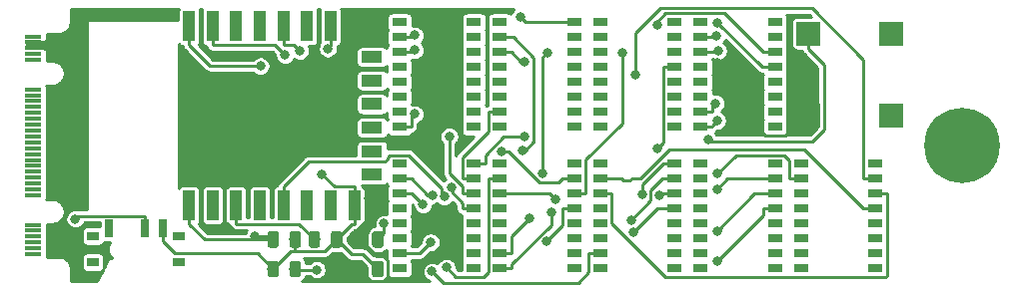
<source format=gbr>
G04 #@! TF.GenerationSoftware,KiCad,Pcbnew,(5.1.0-0)*
G04 #@! TF.CreationDate,2020-08-21T20:36:15-04:00*
G04 #@! TF.ProjectId,Rick Flash,5269636b-2046-46c6-9173-682e6b696361,1.1*
G04 #@! TF.SameCoordinates,Original*
G04 #@! TF.FileFunction,Copper,L1,Top*
G04 #@! TF.FilePolarity,Positive*
%FSLAX46Y46*%
G04 Gerber Fmt 4.6, Leading zero omitted, Abs format (unit mm)*
G04 Created by KiCad (PCBNEW (5.1.0-0)) date 2020-08-21 20:36:15*
%MOMM*%
%LPD*%
G04 APERTURE LIST*
%ADD10C,0.100000*%
%ADD11C,0.975000*%
%ADD12C,0.800000*%
%ADD13C,6.400000*%
%ADD14R,1.300000X0.800000*%
%ADD15R,1.000000X2.500000*%
%ADD16R,1.800000X1.000000*%
%ADD17R,1.450000X0.350000*%
%ADD18R,1.000000X0.800000*%
%ADD19R,0.700000X1.500000*%
%ADD20R,2.000000X2.000000*%
%ADD21C,0.250000*%
%ADD22C,0.254000*%
G04 APERTURE END LIST*
D10*
G36*
X138767142Y-106801174D02*
G01*
X138790803Y-106804684D01*
X138814007Y-106810496D01*
X138836529Y-106818554D01*
X138858153Y-106828782D01*
X138878670Y-106841079D01*
X138897883Y-106855329D01*
X138915607Y-106871393D01*
X138931671Y-106889117D01*
X138945921Y-106908330D01*
X138958218Y-106928847D01*
X138968446Y-106950471D01*
X138976504Y-106972993D01*
X138982316Y-106996197D01*
X138985826Y-107019858D01*
X138987000Y-107043750D01*
X138987000Y-107956250D01*
X138985826Y-107980142D01*
X138982316Y-108003803D01*
X138976504Y-108027007D01*
X138968446Y-108049529D01*
X138958218Y-108071153D01*
X138945921Y-108091670D01*
X138931671Y-108110883D01*
X138915607Y-108128607D01*
X138897883Y-108144671D01*
X138878670Y-108158921D01*
X138858153Y-108171218D01*
X138836529Y-108181446D01*
X138814007Y-108189504D01*
X138790803Y-108195316D01*
X138767142Y-108198826D01*
X138743250Y-108200000D01*
X138255750Y-108200000D01*
X138231858Y-108198826D01*
X138208197Y-108195316D01*
X138184993Y-108189504D01*
X138162471Y-108181446D01*
X138140847Y-108171218D01*
X138120330Y-108158921D01*
X138101117Y-108144671D01*
X138083393Y-108128607D01*
X138067329Y-108110883D01*
X138053079Y-108091670D01*
X138040782Y-108071153D01*
X138030554Y-108049529D01*
X138022496Y-108027007D01*
X138016684Y-108003803D01*
X138013174Y-107980142D01*
X138012000Y-107956250D01*
X138012000Y-107043750D01*
X138013174Y-107019858D01*
X138016684Y-106996197D01*
X138022496Y-106972993D01*
X138030554Y-106950471D01*
X138040782Y-106928847D01*
X138053079Y-106908330D01*
X138067329Y-106889117D01*
X138083393Y-106871393D01*
X138101117Y-106855329D01*
X138120330Y-106841079D01*
X138140847Y-106828782D01*
X138162471Y-106818554D01*
X138184993Y-106810496D01*
X138208197Y-106804684D01*
X138231858Y-106801174D01*
X138255750Y-106800000D01*
X138743250Y-106800000D01*
X138767142Y-106801174D01*
X138767142Y-106801174D01*
G37*
D11*
X138499500Y-107500000D03*
D10*
G36*
X136892142Y-106801174D02*
G01*
X136915803Y-106804684D01*
X136939007Y-106810496D01*
X136961529Y-106818554D01*
X136983153Y-106828782D01*
X137003670Y-106841079D01*
X137022883Y-106855329D01*
X137040607Y-106871393D01*
X137056671Y-106889117D01*
X137070921Y-106908330D01*
X137083218Y-106928847D01*
X137093446Y-106950471D01*
X137101504Y-106972993D01*
X137107316Y-106996197D01*
X137110826Y-107019858D01*
X137112000Y-107043750D01*
X137112000Y-107956250D01*
X137110826Y-107980142D01*
X137107316Y-108003803D01*
X137101504Y-108027007D01*
X137093446Y-108049529D01*
X137083218Y-108071153D01*
X137070921Y-108091670D01*
X137056671Y-108110883D01*
X137040607Y-108128607D01*
X137022883Y-108144671D01*
X137003670Y-108158921D01*
X136983153Y-108171218D01*
X136961529Y-108181446D01*
X136939007Y-108189504D01*
X136915803Y-108195316D01*
X136892142Y-108198826D01*
X136868250Y-108200000D01*
X136380750Y-108200000D01*
X136356858Y-108198826D01*
X136333197Y-108195316D01*
X136309993Y-108189504D01*
X136287471Y-108181446D01*
X136265847Y-108171218D01*
X136245330Y-108158921D01*
X136226117Y-108144671D01*
X136208393Y-108128607D01*
X136192329Y-108110883D01*
X136178079Y-108091670D01*
X136165782Y-108071153D01*
X136155554Y-108049529D01*
X136147496Y-108027007D01*
X136141684Y-108003803D01*
X136138174Y-107980142D01*
X136137000Y-107956250D01*
X136137000Y-107043750D01*
X136138174Y-107019858D01*
X136141684Y-106996197D01*
X136147496Y-106972993D01*
X136155554Y-106950471D01*
X136165782Y-106928847D01*
X136178079Y-106908330D01*
X136192329Y-106889117D01*
X136208393Y-106871393D01*
X136226117Y-106855329D01*
X136245330Y-106841079D01*
X136265847Y-106828782D01*
X136287471Y-106818554D01*
X136309993Y-106810496D01*
X136333197Y-106804684D01*
X136356858Y-106801174D01*
X136380750Y-106800000D01*
X136868250Y-106800000D01*
X136892142Y-106801174D01*
X136892142Y-106801174D01*
G37*
D11*
X136624500Y-107500000D03*
D10*
G36*
X145767142Y-104301174D02*
G01*
X145790803Y-104304684D01*
X145814007Y-104310496D01*
X145836529Y-104318554D01*
X145858153Y-104328782D01*
X145878670Y-104341079D01*
X145897883Y-104355329D01*
X145915607Y-104371393D01*
X145931671Y-104389117D01*
X145945921Y-104408330D01*
X145958218Y-104428847D01*
X145968446Y-104450471D01*
X145976504Y-104472993D01*
X145982316Y-104496197D01*
X145985826Y-104519858D01*
X145987000Y-104543750D01*
X145987000Y-105456250D01*
X145985826Y-105480142D01*
X145982316Y-105503803D01*
X145976504Y-105527007D01*
X145968446Y-105549529D01*
X145958218Y-105571153D01*
X145945921Y-105591670D01*
X145931671Y-105610883D01*
X145915607Y-105628607D01*
X145897883Y-105644671D01*
X145878670Y-105658921D01*
X145858153Y-105671218D01*
X145836529Y-105681446D01*
X145814007Y-105689504D01*
X145790803Y-105695316D01*
X145767142Y-105698826D01*
X145743250Y-105700000D01*
X145255750Y-105700000D01*
X145231858Y-105698826D01*
X145208197Y-105695316D01*
X145184993Y-105689504D01*
X145162471Y-105681446D01*
X145140847Y-105671218D01*
X145120330Y-105658921D01*
X145101117Y-105644671D01*
X145083393Y-105628607D01*
X145067329Y-105610883D01*
X145053079Y-105591670D01*
X145040782Y-105571153D01*
X145030554Y-105549529D01*
X145022496Y-105527007D01*
X145016684Y-105503803D01*
X145013174Y-105480142D01*
X145012000Y-105456250D01*
X145012000Y-104543750D01*
X145013174Y-104519858D01*
X145016684Y-104496197D01*
X145022496Y-104472993D01*
X145030554Y-104450471D01*
X145040782Y-104428847D01*
X145053079Y-104408330D01*
X145067329Y-104389117D01*
X145083393Y-104371393D01*
X145101117Y-104355329D01*
X145120330Y-104341079D01*
X145140847Y-104328782D01*
X145162471Y-104318554D01*
X145184993Y-104310496D01*
X145208197Y-104304684D01*
X145231858Y-104301174D01*
X145255750Y-104300000D01*
X145743250Y-104300000D01*
X145767142Y-104301174D01*
X145767142Y-104301174D01*
G37*
D11*
X145499500Y-105000000D03*
D10*
G36*
X143892142Y-104301174D02*
G01*
X143915803Y-104304684D01*
X143939007Y-104310496D01*
X143961529Y-104318554D01*
X143983153Y-104328782D01*
X144003670Y-104341079D01*
X144022883Y-104355329D01*
X144040607Y-104371393D01*
X144056671Y-104389117D01*
X144070921Y-104408330D01*
X144083218Y-104428847D01*
X144093446Y-104450471D01*
X144101504Y-104472993D01*
X144107316Y-104496197D01*
X144110826Y-104519858D01*
X144112000Y-104543750D01*
X144112000Y-105456250D01*
X144110826Y-105480142D01*
X144107316Y-105503803D01*
X144101504Y-105527007D01*
X144093446Y-105549529D01*
X144083218Y-105571153D01*
X144070921Y-105591670D01*
X144056671Y-105610883D01*
X144040607Y-105628607D01*
X144022883Y-105644671D01*
X144003670Y-105658921D01*
X143983153Y-105671218D01*
X143961529Y-105681446D01*
X143939007Y-105689504D01*
X143915803Y-105695316D01*
X143892142Y-105698826D01*
X143868250Y-105700000D01*
X143380750Y-105700000D01*
X143356858Y-105698826D01*
X143333197Y-105695316D01*
X143309993Y-105689504D01*
X143287471Y-105681446D01*
X143265847Y-105671218D01*
X143245330Y-105658921D01*
X143226117Y-105644671D01*
X143208393Y-105628607D01*
X143192329Y-105610883D01*
X143178079Y-105591670D01*
X143165782Y-105571153D01*
X143155554Y-105549529D01*
X143147496Y-105527007D01*
X143141684Y-105503803D01*
X143138174Y-105480142D01*
X143137000Y-105456250D01*
X143137000Y-104543750D01*
X143138174Y-104519858D01*
X143141684Y-104496197D01*
X143147496Y-104472993D01*
X143155554Y-104450471D01*
X143165782Y-104428847D01*
X143178079Y-104408330D01*
X143192329Y-104389117D01*
X143208393Y-104371393D01*
X143226117Y-104355329D01*
X143245330Y-104341079D01*
X143265847Y-104328782D01*
X143287471Y-104318554D01*
X143309993Y-104310496D01*
X143333197Y-104304684D01*
X143356858Y-104301174D01*
X143380750Y-104300000D01*
X143868250Y-104300000D01*
X143892142Y-104301174D01*
X143892142Y-104301174D01*
G37*
D11*
X143624500Y-105000000D03*
D10*
G36*
X142267142Y-104301174D02*
G01*
X142290803Y-104304684D01*
X142314007Y-104310496D01*
X142336529Y-104318554D01*
X142358153Y-104328782D01*
X142378670Y-104341079D01*
X142397883Y-104355329D01*
X142415607Y-104371393D01*
X142431671Y-104389117D01*
X142445921Y-104408330D01*
X142458218Y-104428847D01*
X142468446Y-104450471D01*
X142476504Y-104472993D01*
X142482316Y-104496197D01*
X142485826Y-104519858D01*
X142487000Y-104543750D01*
X142487000Y-105456250D01*
X142485826Y-105480142D01*
X142482316Y-105503803D01*
X142476504Y-105527007D01*
X142468446Y-105549529D01*
X142458218Y-105571153D01*
X142445921Y-105591670D01*
X142431671Y-105610883D01*
X142415607Y-105628607D01*
X142397883Y-105644671D01*
X142378670Y-105658921D01*
X142358153Y-105671218D01*
X142336529Y-105681446D01*
X142314007Y-105689504D01*
X142290803Y-105695316D01*
X142267142Y-105698826D01*
X142243250Y-105700000D01*
X141755750Y-105700000D01*
X141731858Y-105698826D01*
X141708197Y-105695316D01*
X141684993Y-105689504D01*
X141662471Y-105681446D01*
X141640847Y-105671218D01*
X141620330Y-105658921D01*
X141601117Y-105644671D01*
X141583393Y-105628607D01*
X141567329Y-105610883D01*
X141553079Y-105591670D01*
X141540782Y-105571153D01*
X141530554Y-105549529D01*
X141522496Y-105527007D01*
X141516684Y-105503803D01*
X141513174Y-105480142D01*
X141512000Y-105456250D01*
X141512000Y-104543750D01*
X141513174Y-104519858D01*
X141516684Y-104496197D01*
X141522496Y-104472993D01*
X141530554Y-104450471D01*
X141540782Y-104428847D01*
X141553079Y-104408330D01*
X141567329Y-104389117D01*
X141583393Y-104371393D01*
X141601117Y-104355329D01*
X141620330Y-104341079D01*
X141640847Y-104328782D01*
X141662471Y-104318554D01*
X141684993Y-104310496D01*
X141708197Y-104304684D01*
X141731858Y-104301174D01*
X141755750Y-104300000D01*
X142243250Y-104300000D01*
X142267142Y-104301174D01*
X142267142Y-104301174D01*
G37*
D11*
X141999500Y-105000000D03*
D10*
G36*
X140392142Y-104301174D02*
G01*
X140415803Y-104304684D01*
X140439007Y-104310496D01*
X140461529Y-104318554D01*
X140483153Y-104328782D01*
X140503670Y-104341079D01*
X140522883Y-104355329D01*
X140540607Y-104371393D01*
X140556671Y-104389117D01*
X140570921Y-104408330D01*
X140583218Y-104428847D01*
X140593446Y-104450471D01*
X140601504Y-104472993D01*
X140607316Y-104496197D01*
X140610826Y-104519858D01*
X140612000Y-104543750D01*
X140612000Y-105456250D01*
X140610826Y-105480142D01*
X140607316Y-105503803D01*
X140601504Y-105527007D01*
X140593446Y-105549529D01*
X140583218Y-105571153D01*
X140570921Y-105591670D01*
X140556671Y-105610883D01*
X140540607Y-105628607D01*
X140522883Y-105644671D01*
X140503670Y-105658921D01*
X140483153Y-105671218D01*
X140461529Y-105681446D01*
X140439007Y-105689504D01*
X140415803Y-105695316D01*
X140392142Y-105698826D01*
X140368250Y-105700000D01*
X139880750Y-105700000D01*
X139856858Y-105698826D01*
X139833197Y-105695316D01*
X139809993Y-105689504D01*
X139787471Y-105681446D01*
X139765847Y-105671218D01*
X139745330Y-105658921D01*
X139726117Y-105644671D01*
X139708393Y-105628607D01*
X139692329Y-105610883D01*
X139678079Y-105591670D01*
X139665782Y-105571153D01*
X139655554Y-105549529D01*
X139647496Y-105527007D01*
X139641684Y-105503803D01*
X139638174Y-105480142D01*
X139637000Y-105456250D01*
X139637000Y-104543750D01*
X139638174Y-104519858D01*
X139641684Y-104496197D01*
X139647496Y-104472993D01*
X139655554Y-104450471D01*
X139665782Y-104428847D01*
X139678079Y-104408330D01*
X139692329Y-104389117D01*
X139708393Y-104371393D01*
X139726117Y-104355329D01*
X139745330Y-104341079D01*
X139765847Y-104328782D01*
X139787471Y-104318554D01*
X139809993Y-104310496D01*
X139833197Y-104304684D01*
X139856858Y-104301174D01*
X139880750Y-104300000D01*
X140368250Y-104300000D01*
X140392142Y-104301174D01*
X140392142Y-104301174D01*
G37*
D11*
X140124500Y-105000000D03*
D10*
G36*
X138767142Y-104301174D02*
G01*
X138790803Y-104304684D01*
X138814007Y-104310496D01*
X138836529Y-104318554D01*
X138858153Y-104328782D01*
X138878670Y-104341079D01*
X138897883Y-104355329D01*
X138915607Y-104371393D01*
X138931671Y-104389117D01*
X138945921Y-104408330D01*
X138958218Y-104428847D01*
X138968446Y-104450471D01*
X138976504Y-104472993D01*
X138982316Y-104496197D01*
X138985826Y-104519858D01*
X138987000Y-104543750D01*
X138987000Y-105456250D01*
X138985826Y-105480142D01*
X138982316Y-105503803D01*
X138976504Y-105527007D01*
X138968446Y-105549529D01*
X138958218Y-105571153D01*
X138945921Y-105591670D01*
X138931671Y-105610883D01*
X138915607Y-105628607D01*
X138897883Y-105644671D01*
X138878670Y-105658921D01*
X138858153Y-105671218D01*
X138836529Y-105681446D01*
X138814007Y-105689504D01*
X138790803Y-105695316D01*
X138767142Y-105698826D01*
X138743250Y-105700000D01*
X138255750Y-105700000D01*
X138231858Y-105698826D01*
X138208197Y-105695316D01*
X138184993Y-105689504D01*
X138162471Y-105681446D01*
X138140847Y-105671218D01*
X138120330Y-105658921D01*
X138101117Y-105644671D01*
X138083393Y-105628607D01*
X138067329Y-105610883D01*
X138053079Y-105591670D01*
X138040782Y-105571153D01*
X138030554Y-105549529D01*
X138022496Y-105527007D01*
X138016684Y-105503803D01*
X138013174Y-105480142D01*
X138012000Y-105456250D01*
X138012000Y-104543750D01*
X138013174Y-104519858D01*
X138016684Y-104496197D01*
X138022496Y-104472993D01*
X138030554Y-104450471D01*
X138040782Y-104428847D01*
X138053079Y-104408330D01*
X138067329Y-104389117D01*
X138083393Y-104371393D01*
X138101117Y-104355329D01*
X138120330Y-104341079D01*
X138140847Y-104328782D01*
X138162471Y-104318554D01*
X138184993Y-104310496D01*
X138208197Y-104304684D01*
X138231858Y-104301174D01*
X138255750Y-104300000D01*
X138743250Y-104300000D01*
X138767142Y-104301174D01*
X138767142Y-104301174D01*
G37*
D11*
X138499500Y-105000000D03*
D10*
G36*
X136892142Y-104301174D02*
G01*
X136915803Y-104304684D01*
X136939007Y-104310496D01*
X136961529Y-104318554D01*
X136983153Y-104328782D01*
X137003670Y-104341079D01*
X137022883Y-104355329D01*
X137040607Y-104371393D01*
X137056671Y-104389117D01*
X137070921Y-104408330D01*
X137083218Y-104428847D01*
X137093446Y-104450471D01*
X137101504Y-104472993D01*
X137107316Y-104496197D01*
X137110826Y-104519858D01*
X137112000Y-104543750D01*
X137112000Y-105456250D01*
X137110826Y-105480142D01*
X137107316Y-105503803D01*
X137101504Y-105527007D01*
X137093446Y-105549529D01*
X137083218Y-105571153D01*
X137070921Y-105591670D01*
X137056671Y-105610883D01*
X137040607Y-105628607D01*
X137022883Y-105644671D01*
X137003670Y-105658921D01*
X136983153Y-105671218D01*
X136961529Y-105681446D01*
X136939007Y-105689504D01*
X136915803Y-105695316D01*
X136892142Y-105698826D01*
X136868250Y-105700000D01*
X136380750Y-105700000D01*
X136356858Y-105698826D01*
X136333197Y-105695316D01*
X136309993Y-105689504D01*
X136287471Y-105681446D01*
X136265847Y-105671218D01*
X136245330Y-105658921D01*
X136226117Y-105644671D01*
X136208393Y-105628607D01*
X136192329Y-105610883D01*
X136178079Y-105591670D01*
X136165782Y-105571153D01*
X136155554Y-105549529D01*
X136147496Y-105527007D01*
X136141684Y-105503803D01*
X136138174Y-105480142D01*
X136137000Y-105456250D01*
X136137000Y-104543750D01*
X136138174Y-104519858D01*
X136141684Y-104496197D01*
X136147496Y-104472993D01*
X136155554Y-104450471D01*
X136165782Y-104428847D01*
X136178079Y-104408330D01*
X136192329Y-104389117D01*
X136208393Y-104371393D01*
X136226117Y-104355329D01*
X136245330Y-104341079D01*
X136265847Y-104328782D01*
X136287471Y-104318554D01*
X136309993Y-104310496D01*
X136333197Y-104304684D01*
X136356858Y-104301174D01*
X136380750Y-104300000D01*
X136868250Y-104300000D01*
X136892142Y-104301174D01*
X136892142Y-104301174D01*
G37*
D11*
X136624500Y-105000000D03*
D12*
X195899056Y-94774759D03*
X194062245Y-94790788D03*
X192774759Y-96100944D03*
X192790788Y-97937755D03*
X194100944Y-99225241D03*
X195937755Y-99209212D03*
X197225241Y-97899056D03*
X197209212Y-96062245D03*
D13*
X195000000Y-97000000D03*
D10*
G36*
X143892142Y-106801174D02*
G01*
X143915803Y-106804684D01*
X143939007Y-106810496D01*
X143961529Y-106818554D01*
X143983153Y-106828782D01*
X144003670Y-106841079D01*
X144022883Y-106855329D01*
X144040607Y-106871393D01*
X144056671Y-106889117D01*
X144070921Y-106908330D01*
X144083218Y-106928847D01*
X144093446Y-106950471D01*
X144101504Y-106972993D01*
X144107316Y-106996197D01*
X144110826Y-107019858D01*
X144112000Y-107043750D01*
X144112000Y-107956250D01*
X144110826Y-107980142D01*
X144107316Y-108003803D01*
X144101504Y-108027007D01*
X144093446Y-108049529D01*
X144083218Y-108071153D01*
X144070921Y-108091670D01*
X144056671Y-108110883D01*
X144040607Y-108128607D01*
X144022883Y-108144671D01*
X144003670Y-108158921D01*
X143983153Y-108171218D01*
X143961529Y-108181446D01*
X143939007Y-108189504D01*
X143915803Y-108195316D01*
X143892142Y-108198826D01*
X143868250Y-108200000D01*
X143380750Y-108200000D01*
X143356858Y-108198826D01*
X143333197Y-108195316D01*
X143309993Y-108189504D01*
X143287471Y-108181446D01*
X143265847Y-108171218D01*
X143245330Y-108158921D01*
X143226117Y-108144671D01*
X143208393Y-108128607D01*
X143192329Y-108110883D01*
X143178079Y-108091670D01*
X143165782Y-108071153D01*
X143155554Y-108049529D01*
X143147496Y-108027007D01*
X143141684Y-108003803D01*
X143138174Y-107980142D01*
X143137000Y-107956250D01*
X143137000Y-107043750D01*
X143138174Y-107019858D01*
X143141684Y-106996197D01*
X143147496Y-106972993D01*
X143155554Y-106950471D01*
X143165782Y-106928847D01*
X143178079Y-106908330D01*
X143192329Y-106889117D01*
X143208393Y-106871393D01*
X143226117Y-106855329D01*
X143245330Y-106841079D01*
X143265847Y-106828782D01*
X143287471Y-106818554D01*
X143309993Y-106810496D01*
X143333197Y-106804684D01*
X143356858Y-106801174D01*
X143380750Y-106800000D01*
X143868250Y-106800000D01*
X143892142Y-106801174D01*
X143892142Y-106801174D01*
G37*
D11*
X143624500Y-107500000D03*
D10*
G36*
X145767142Y-106801174D02*
G01*
X145790803Y-106804684D01*
X145814007Y-106810496D01*
X145836529Y-106818554D01*
X145858153Y-106828782D01*
X145878670Y-106841079D01*
X145897883Y-106855329D01*
X145915607Y-106871393D01*
X145931671Y-106889117D01*
X145945921Y-106908330D01*
X145958218Y-106928847D01*
X145968446Y-106950471D01*
X145976504Y-106972993D01*
X145982316Y-106996197D01*
X145985826Y-107019858D01*
X145987000Y-107043750D01*
X145987000Y-107956250D01*
X145985826Y-107980142D01*
X145982316Y-108003803D01*
X145976504Y-108027007D01*
X145968446Y-108049529D01*
X145958218Y-108071153D01*
X145945921Y-108091670D01*
X145931671Y-108110883D01*
X145915607Y-108128607D01*
X145897883Y-108144671D01*
X145878670Y-108158921D01*
X145858153Y-108171218D01*
X145836529Y-108181446D01*
X145814007Y-108189504D01*
X145790803Y-108195316D01*
X145767142Y-108198826D01*
X145743250Y-108200000D01*
X145255750Y-108200000D01*
X145231858Y-108198826D01*
X145208197Y-108195316D01*
X145184993Y-108189504D01*
X145162471Y-108181446D01*
X145140847Y-108171218D01*
X145120330Y-108158921D01*
X145101117Y-108144671D01*
X145083393Y-108128607D01*
X145067329Y-108110883D01*
X145053079Y-108091670D01*
X145040782Y-108071153D01*
X145030554Y-108049529D01*
X145022496Y-108027007D01*
X145016684Y-108003803D01*
X145013174Y-107980142D01*
X145012000Y-107956250D01*
X145012000Y-107043750D01*
X145013174Y-107019858D01*
X145016684Y-106996197D01*
X145022496Y-106972993D01*
X145030554Y-106950471D01*
X145040782Y-106928847D01*
X145053079Y-106908330D01*
X145067329Y-106889117D01*
X145083393Y-106871393D01*
X145101117Y-106855329D01*
X145120330Y-106841079D01*
X145140847Y-106828782D01*
X145162471Y-106818554D01*
X145184993Y-106810496D01*
X145208197Y-106804684D01*
X145231858Y-106801174D01*
X145255750Y-106800000D01*
X145743250Y-106800000D01*
X145767142Y-106801174D01*
X145767142Y-106801174D01*
G37*
D11*
X145499500Y-107500000D03*
D14*
X170650000Y-86550000D03*
X170650000Y-87830000D03*
X170650000Y-89090000D03*
X170650000Y-90360000D03*
X170650000Y-91640000D03*
X170650000Y-92910000D03*
X170650000Y-94170000D03*
X170650000Y-95450000D03*
X164350000Y-95450000D03*
X164350000Y-94170000D03*
X164350000Y-92910000D03*
X164350000Y-91640000D03*
X164350000Y-90360000D03*
X164350000Y-89090000D03*
X164350000Y-87830000D03*
X164350000Y-86550000D03*
D15*
X129500000Y-86900000D03*
X131500000Y-86900000D03*
X133500000Y-86900000D03*
X135500000Y-86900000D03*
X137500000Y-86900000D03*
X139500000Y-86900000D03*
X141500000Y-86900000D03*
X143500000Y-86900000D03*
D16*
X145000000Y-89500000D03*
X145000000Y-91500000D03*
X145000000Y-93500000D03*
X145000000Y-95500000D03*
X145000000Y-97500000D03*
X145000000Y-99500000D03*
D15*
X143500000Y-102100000D03*
X141500000Y-102100000D03*
X139500000Y-102100000D03*
X137500000Y-102100000D03*
X135500000Y-102100000D03*
X133500000Y-102100000D03*
X131500000Y-102100000D03*
X129500000Y-102100000D03*
D14*
X187650000Y-98550000D03*
X187650000Y-99830000D03*
X187650000Y-101090000D03*
X187650000Y-102360000D03*
X187650000Y-103640000D03*
X187650000Y-104910000D03*
X187650000Y-106170000D03*
X187650000Y-107450000D03*
X181350000Y-107450000D03*
X181350000Y-106170000D03*
X181350000Y-104910000D03*
X181350000Y-103640000D03*
X181350000Y-102360000D03*
X181350000Y-101090000D03*
X181350000Y-99830000D03*
X181350000Y-98550000D03*
X179150000Y-98550000D03*
X179150000Y-99830000D03*
X179150000Y-101090000D03*
X179150000Y-102360000D03*
X179150000Y-103640000D03*
X179150000Y-104910000D03*
X179150000Y-106170000D03*
X179150000Y-107450000D03*
X172850000Y-107450000D03*
X172850000Y-106170000D03*
X172850000Y-104910000D03*
X172850000Y-103640000D03*
X172850000Y-102360000D03*
X172850000Y-101090000D03*
X172850000Y-99830000D03*
X172850000Y-98550000D03*
X170650000Y-98550000D03*
X170650000Y-99830000D03*
X170650000Y-101090000D03*
X170650000Y-102360000D03*
X170650000Y-103640000D03*
X170650000Y-104910000D03*
X170650000Y-106170000D03*
X170650000Y-107450000D03*
X164350000Y-107450000D03*
X164350000Y-106170000D03*
X164350000Y-104910000D03*
X164350000Y-103640000D03*
X164350000Y-102360000D03*
X164350000Y-101090000D03*
X164350000Y-99830000D03*
X164350000Y-98550000D03*
X162150000Y-98550000D03*
X162150000Y-99830000D03*
X162150000Y-101090000D03*
X162150000Y-102360000D03*
X162150000Y-103640000D03*
X162150000Y-104910000D03*
X162150000Y-106170000D03*
X162150000Y-107450000D03*
X155850000Y-107450000D03*
X155850000Y-106170000D03*
X155850000Y-104910000D03*
X155850000Y-103640000D03*
X155850000Y-102360000D03*
X155850000Y-101090000D03*
X155850000Y-99830000D03*
X155850000Y-98550000D03*
X153650000Y-98550000D03*
X153650000Y-99830000D03*
X153650000Y-101090000D03*
X153650000Y-102360000D03*
X153650000Y-103640000D03*
X153650000Y-104910000D03*
X153650000Y-106170000D03*
X153650000Y-107450000D03*
X147350000Y-107450000D03*
X147350000Y-106170000D03*
X147350000Y-104910000D03*
X147350000Y-103640000D03*
X147350000Y-102360000D03*
X147350000Y-101090000D03*
X147350000Y-99830000D03*
X147350000Y-98550000D03*
X179150000Y-86550000D03*
X179150000Y-87830000D03*
X179150000Y-89090000D03*
X179150000Y-90360000D03*
X179150000Y-91640000D03*
X179150000Y-92910000D03*
X179150000Y-94170000D03*
X179150000Y-95450000D03*
X172850000Y-95450000D03*
X172850000Y-94170000D03*
X172850000Y-92910000D03*
X172850000Y-91640000D03*
X172850000Y-90360000D03*
X172850000Y-89090000D03*
X172850000Y-87830000D03*
X172850000Y-86550000D03*
X162150000Y-86550000D03*
X162150000Y-87830000D03*
X162150000Y-89090000D03*
X162150000Y-90360000D03*
X162150000Y-91640000D03*
X162150000Y-92910000D03*
X162150000Y-94170000D03*
X162150000Y-95450000D03*
X155850000Y-95450000D03*
X155850000Y-94170000D03*
X155850000Y-92910000D03*
X155850000Y-91640000D03*
X155850000Y-90360000D03*
X155850000Y-89090000D03*
X155850000Y-87830000D03*
X155850000Y-86550000D03*
X153650000Y-86550000D03*
X153650000Y-87830000D03*
X153650000Y-89090000D03*
X153650000Y-90360000D03*
X153650000Y-91640000D03*
X153650000Y-92910000D03*
X153650000Y-94170000D03*
X153650000Y-95450000D03*
X147350000Y-95450000D03*
X147350000Y-94170000D03*
X147350000Y-92910000D03*
X147350000Y-91640000D03*
X147350000Y-90360000D03*
X147350000Y-89090000D03*
X147350000Y-87830000D03*
X147350000Y-86550000D03*
D17*
X116275000Y-87750000D03*
X116275000Y-88250000D03*
X116275000Y-88750000D03*
X116275000Y-89250000D03*
X116275000Y-89750000D03*
X116275000Y-92250000D03*
X116275000Y-92750000D03*
X116275000Y-93250000D03*
X116275000Y-93750000D03*
X116275000Y-94250000D03*
X116275000Y-94750000D03*
X116275000Y-95250000D03*
X116275000Y-95750000D03*
X116275000Y-96250000D03*
X116275000Y-96750000D03*
X116275000Y-97250000D03*
X116275000Y-97750000D03*
X116275000Y-98250000D03*
X116275000Y-98750000D03*
X116275000Y-99250000D03*
X116275000Y-99750000D03*
X116275000Y-100250000D03*
X116275000Y-100750000D03*
X116275000Y-101250000D03*
X116275000Y-103750000D03*
X116275000Y-104250000D03*
X116275000Y-104750000D03*
X116275000Y-105250000D03*
X116275000Y-105750000D03*
X116275000Y-106250000D03*
D18*
X121350000Y-104720000D03*
X128650000Y-104720000D03*
X128650000Y-106930000D03*
X121350000Y-106930000D03*
D19*
X127250000Y-104070000D03*
X125750000Y-104070000D03*
X122750000Y-104070000D03*
D20*
X182000000Y-87500000D03*
X182000000Y-94500000D03*
X189000000Y-94500000D03*
X189000000Y-87500000D03*
D12*
X174250000Y-90004900D03*
X144726400Y-101517800D03*
X144726400Y-86683400D03*
X127000000Y-86000000D03*
X121500000Y-86000000D03*
X119859600Y-103252800D03*
X148636000Y-88923400D03*
X169183700Y-86734000D03*
X148636000Y-87653400D03*
X174307300Y-86607800D03*
X157962600Y-89887100D03*
X151568200Y-96246300D03*
X151740200Y-100563500D03*
X157749900Y-97410500D03*
X159811600Y-105152900D03*
X159464300Y-99407700D03*
X159862400Y-89118300D03*
X174198600Y-87682300D03*
X167204100Y-104361600D03*
X150121300Y-101224100D03*
X151318200Y-107382100D03*
X174287400Y-106865900D03*
X151121700Y-101359800D03*
X173472000Y-96539200D03*
X157570400Y-86110800D03*
X148636000Y-94349800D03*
X174274800Y-99411800D03*
X169160200Y-97273600D03*
X157961200Y-96297300D03*
X174267100Y-94918500D03*
X155959200Y-97526400D03*
X174140600Y-93437900D03*
X166210900Y-89118300D03*
X174338400Y-88980800D03*
X166961300Y-103361200D03*
X149982800Y-105236900D03*
X149321400Y-102024000D03*
X169348700Y-101236700D03*
X167898000Y-101169600D03*
X160176900Y-102682600D03*
X174250000Y-100742000D03*
X158370500Y-103211100D03*
X174250000Y-104257800D03*
X160577100Y-101625500D03*
X167351700Y-90971900D03*
X150095100Y-107721700D03*
X140754400Y-99436700D03*
X135065800Y-104721500D03*
X137631400Y-89319400D03*
X135551500Y-90269100D03*
X140310800Y-107570600D03*
X138899900Y-88989500D03*
X146030700Y-103657900D03*
X141256600Y-88777100D03*
D21*
X182000000Y-94500000D02*
X180674700Y-94500000D01*
X180674700Y-94500000D02*
X180674700Y-95494000D01*
X180674700Y-95494000D02*
X179992500Y-96176200D01*
X179992500Y-96176200D02*
X178339500Y-96176200D01*
X178339500Y-96176200D02*
X174250000Y-92086700D01*
X174250000Y-92086700D02*
X174250000Y-90004900D01*
X143624500Y-107500000D02*
X144673800Y-108549300D01*
X144673800Y-108549300D02*
X145967500Y-108549300D01*
X145967500Y-108549300D02*
X146323700Y-108193100D01*
X146323700Y-108193100D02*
X146323700Y-106758000D01*
X146323700Y-106758000D02*
X145975000Y-106409300D01*
X145975000Y-106409300D02*
X145399700Y-106409300D01*
X145399700Y-106409300D02*
X143990400Y-105000000D01*
X143990400Y-105000000D02*
X144726400Y-104264000D01*
X144726400Y-104264000D02*
X144726400Y-101517800D01*
X143990400Y-105000000D02*
X143624500Y-105000000D01*
X144726400Y-86683400D02*
X143716600Y-86683400D01*
X143716600Y-86683400D02*
X143500000Y-86900000D01*
X116275000Y-88250000D02*
X118250000Y-88250000D01*
X116275000Y-88750000D02*
X118250000Y-88750000D01*
X125750000Y-104070000D02*
X125750000Y-102994700D01*
X125750000Y-102994700D02*
X120117700Y-102994700D01*
X120117700Y-102994700D02*
X119859600Y-103252800D01*
X179150000Y-89090000D02*
X178174700Y-89090000D01*
X147350000Y-89090000D02*
X148325300Y-89090000D01*
X148636000Y-88923400D02*
X148491900Y-88923400D01*
X148491900Y-88923400D02*
X148325300Y-89090000D01*
X178174700Y-89090000D02*
X174870500Y-85785800D01*
X174870500Y-85785800D02*
X169899700Y-85785800D01*
X169899700Y-85785800D02*
X169183700Y-86501800D01*
X169183700Y-86501800D02*
X169183700Y-86734000D01*
X147350000Y-87830000D02*
X148325300Y-87830000D01*
X148636000Y-87653400D02*
X148501900Y-87653400D01*
X148501900Y-87653400D02*
X148325300Y-87830000D01*
X179150000Y-90360000D02*
X178059500Y-90360000D01*
X178059500Y-90360000D02*
X174307300Y-86607800D01*
X152674700Y-99830000D02*
X152674700Y-98013900D01*
X152674700Y-98013900D02*
X154874700Y-95813900D01*
X154874700Y-95813900D02*
X154874700Y-94170000D01*
X155850000Y-94170000D02*
X154874700Y-94170000D01*
X153650000Y-99830000D02*
X152674700Y-99830000D01*
X151568200Y-96246300D02*
X151568200Y-99365700D01*
X151568200Y-99365700D02*
X152674700Y-100472200D01*
X152674700Y-100472200D02*
X152674700Y-101090000D01*
X156825300Y-89090000D02*
X157622400Y-89887100D01*
X157622400Y-89887100D02*
X157962600Y-89887100D01*
X153650000Y-101090000D02*
X152674700Y-101090000D01*
X155850000Y-89090000D02*
X156825300Y-89090000D01*
X152674700Y-102360000D02*
X152674700Y-101887000D01*
X152674700Y-101887000D02*
X151740200Y-100952500D01*
X151740200Y-100952500D02*
X151740200Y-100563500D01*
X156825300Y-87830000D02*
X156988000Y-87830000D01*
X156988000Y-87830000D02*
X158728200Y-89570200D01*
X158728200Y-89570200D02*
X158728200Y-96658900D01*
X158728200Y-96658900D02*
X157976600Y-97410500D01*
X157976600Y-97410500D02*
X157749900Y-97410500D01*
X155850000Y-87830000D02*
X156825300Y-87830000D01*
X153650000Y-102360000D02*
X152674700Y-102360000D01*
X159862400Y-89118300D02*
X159464300Y-89516400D01*
X159464300Y-89516400D02*
X159464300Y-99407700D01*
X162150000Y-102360000D02*
X161174700Y-102360000D01*
X159811600Y-105152900D02*
X161174700Y-103789800D01*
X161174700Y-103789800D02*
X161174700Y-102360000D01*
X172850000Y-87830000D02*
X174050900Y-87830000D01*
X174050900Y-87830000D02*
X174198600Y-87682300D01*
X148325300Y-99830000D02*
X149719400Y-101224100D01*
X149719400Y-101224100D02*
X150121300Y-101224100D01*
X170650000Y-102360000D02*
X169205700Y-102360000D01*
X169205700Y-102360000D02*
X167204100Y-104361600D01*
X147350000Y-99830000D02*
X148325300Y-99830000D01*
X178174700Y-102360000D02*
X178174700Y-102978600D01*
X178174700Y-102978600D02*
X174287400Y-106865900D01*
X179150000Y-102360000D02*
X178174700Y-102360000D01*
X155850000Y-99830000D02*
X154874700Y-99830000D01*
X151318200Y-107382100D02*
X152111500Y-108175400D01*
X152111500Y-108175400D02*
X154468300Y-108175400D01*
X154468300Y-108175400D02*
X154874700Y-107769000D01*
X154874700Y-107769000D02*
X154874700Y-99830000D01*
X164350000Y-99830000D02*
X166165800Y-99830000D01*
X166165800Y-99830000D02*
X166277800Y-99942000D01*
X166277800Y-99942000D02*
X166878700Y-99942000D01*
X166878700Y-99942000D02*
X166990700Y-99830000D01*
X166990700Y-99830000D02*
X167757800Y-99830000D01*
X167757800Y-99830000D02*
X170239600Y-97348200D01*
X170239600Y-97348200D02*
X181662900Y-97348200D01*
X181662900Y-97348200D02*
X186674700Y-102360000D01*
X186674700Y-102360000D02*
X187650000Y-102360000D01*
X137500000Y-100524700D02*
X139625100Y-98399600D01*
X139625100Y-98399600D02*
X146088100Y-98399600D01*
X146088100Y-98399600D02*
X146300000Y-98187700D01*
X146300000Y-98187700D02*
X146300000Y-98049900D01*
X146300000Y-98049900D02*
X146525300Y-97824600D01*
X146525300Y-97824600D02*
X148138700Y-97824600D01*
X148138700Y-97824600D02*
X150942000Y-100627900D01*
X150942000Y-100627900D02*
X150942000Y-101180100D01*
X150942000Y-101180100D02*
X151121700Y-101359800D01*
X182000000Y-88825300D02*
X183325400Y-90150700D01*
X183325400Y-90150700D02*
X183325400Y-95684800D01*
X183325400Y-95684800D02*
X182350900Y-96659300D01*
X182350900Y-96659300D02*
X173592100Y-96659300D01*
X173592100Y-96659300D02*
X173472000Y-96539200D01*
X182000000Y-87500000D02*
X182000000Y-88825300D01*
X137500000Y-102100000D02*
X137500000Y-100524700D01*
X161174700Y-86550000D02*
X158009600Y-86550000D01*
X158009600Y-86550000D02*
X157570400Y-86110800D01*
X148325300Y-95450000D02*
X148325300Y-94660500D01*
X148325300Y-94660500D02*
X148636000Y-94349800D01*
X147350000Y-95450000D02*
X148325300Y-95450000D01*
X162150000Y-86550000D02*
X161174700Y-86550000D01*
X170650000Y-90360000D02*
X169674700Y-90360000D01*
X181350000Y-99830000D02*
X180374700Y-99830000D01*
X174274800Y-99411800D02*
X175862000Y-97824600D01*
X175862000Y-97824600D02*
X179934700Y-97824600D01*
X179934700Y-97824600D02*
X180374700Y-98264600D01*
X180374700Y-98264600D02*
X180374700Y-99830000D01*
X169674700Y-90360000D02*
X169674700Y-96759100D01*
X169674700Y-96759100D02*
X169160200Y-97273600D01*
X157961200Y-96297300D02*
X156162600Y-96297300D01*
X156162600Y-96297300D02*
X154625300Y-97834600D01*
X154625300Y-97834600D02*
X154625300Y-98550000D01*
X172850000Y-95450000D02*
X173825300Y-95450000D01*
X153650000Y-98550000D02*
X154625300Y-98550000D01*
X173825300Y-95450000D02*
X173825300Y-95360300D01*
X173825300Y-95360300D02*
X174267100Y-94918500D01*
X155959200Y-97526400D02*
X156557300Y-97526400D01*
X156557300Y-97526400D02*
X159189400Y-100158500D01*
X159189400Y-100158500D02*
X160846200Y-100158500D01*
X160846200Y-100158500D02*
X161174700Y-99830000D01*
X162150000Y-99830000D02*
X161174700Y-99830000D01*
X172850000Y-94170000D02*
X173825300Y-94170000D01*
X173825300Y-94170000D02*
X173825300Y-93753200D01*
X173825300Y-93753200D02*
X174140600Y-93437900D01*
X166210900Y-89118300D02*
X166210900Y-95158800D01*
X166210900Y-95158800D02*
X163125300Y-98244400D01*
X163125300Y-98244400D02*
X163125300Y-101090000D01*
X162150000Y-101090000D02*
X163125300Y-101090000D01*
X172850000Y-89090000D02*
X174229200Y-89090000D01*
X174229200Y-89090000D02*
X174338400Y-88980800D01*
X166961300Y-103361200D02*
X168623300Y-101699200D01*
X168623300Y-101699200D02*
X168623300Y-100843800D01*
X168623300Y-100843800D02*
X169637100Y-99830000D01*
X169637100Y-99830000D02*
X170650000Y-99830000D01*
X147350000Y-106170000D02*
X149049700Y-106170000D01*
X149049700Y-106170000D02*
X149982800Y-105236900D01*
X148325300Y-101090000D02*
X149259300Y-102024000D01*
X149259300Y-102024000D02*
X149321400Y-102024000D01*
X170650000Y-101090000D02*
X169495400Y-101090000D01*
X169495400Y-101090000D02*
X169348700Y-101236700D01*
X147350000Y-101090000D02*
X148325300Y-101090000D01*
X160176900Y-102682600D02*
X160176900Y-103761900D01*
X160176900Y-103761900D02*
X156825300Y-107113500D01*
X156825300Y-107113500D02*
X156825300Y-107450000D01*
X169674700Y-98550000D02*
X167898000Y-100326700D01*
X167898000Y-100326700D02*
X167898000Y-101169600D01*
X170650000Y-98550000D02*
X169674700Y-98550000D01*
X155850000Y-107450000D02*
X156825300Y-107450000D01*
X174250000Y-100742000D02*
X175162000Y-99830000D01*
X175162000Y-99830000D02*
X179150000Y-99830000D01*
X156825300Y-106170000D02*
X156825300Y-104756300D01*
X156825300Y-104756300D02*
X158370500Y-103211100D01*
X155850000Y-106170000D02*
X156825300Y-106170000D01*
X160577100Y-101625500D02*
X160041600Y-101090000D01*
X160041600Y-101090000D02*
X156825300Y-101090000D01*
X155850000Y-101090000D02*
X156825300Y-101090000D01*
X174250000Y-104257800D02*
X177417800Y-101090000D01*
X177417800Y-101090000D02*
X179150000Y-101090000D01*
X187650000Y-99830000D02*
X186674700Y-99830000D01*
X164350000Y-106170000D02*
X163374700Y-106170000D01*
X167351700Y-90971900D02*
X167351700Y-87448900D01*
X167351700Y-87448900D02*
X169465200Y-85335400D01*
X169465200Y-85335400D02*
X182303400Y-85335400D01*
X182303400Y-85335400D02*
X186674700Y-89706700D01*
X186674700Y-89706700D02*
X186674700Y-99830000D01*
X163374700Y-106170000D02*
X163374700Y-107797100D01*
X163374700Y-107797100D02*
X162507200Y-108664600D01*
X162507200Y-108664600D02*
X151038000Y-108664600D01*
X151038000Y-108664600D02*
X150095100Y-107721700D01*
X164350000Y-101090000D02*
X165325300Y-101090000D01*
X187650000Y-101090000D02*
X188625300Y-101090000D01*
X188625300Y-101090000D02*
X188625300Y-108076200D01*
X188625300Y-108076200D02*
X188506100Y-108195400D01*
X188506100Y-108195400D02*
X169876800Y-108195400D01*
X169876800Y-108195400D02*
X165325300Y-103643900D01*
X165325300Y-103643900D02*
X165325300Y-101090000D01*
X143500000Y-102100000D02*
X143500000Y-100524700D01*
X143500000Y-100524700D02*
X141842400Y-100524700D01*
X141842400Y-100524700D02*
X140754400Y-99436700D01*
X143500000Y-102887600D02*
X143500000Y-102100000D01*
X143500000Y-102887600D02*
X143500000Y-103675300D01*
X136624500Y-107500000D02*
X135329100Y-106204600D01*
X135329100Y-106204600D02*
X128309300Y-106204600D01*
X128309300Y-106204600D02*
X127250000Y-105145300D01*
X127250000Y-104070000D02*
X127250000Y-105145300D01*
X138499500Y-106026300D02*
X138098200Y-106026300D01*
X138098200Y-106026300D02*
X136624500Y-107500000D01*
X141999500Y-105000000D02*
X140973200Y-106026300D01*
X140973200Y-106026300D02*
X138499500Y-106026300D01*
X138499500Y-105000000D02*
X138499500Y-106026300D01*
X145499500Y-107500000D02*
X144249500Y-106250000D01*
X144249500Y-106250000D02*
X143249500Y-106250000D01*
X143249500Y-106250000D02*
X141999500Y-105000000D01*
X143500000Y-103675300D02*
X143324200Y-103675300D01*
X143324200Y-103675300D02*
X141999500Y-105000000D01*
X135065800Y-104721500D02*
X136346000Y-104721500D01*
X136346000Y-104721500D02*
X136624500Y-105000000D01*
X129500000Y-102100000D02*
X129500000Y-103675300D01*
X136624500Y-105000000D02*
X130824700Y-105000000D01*
X130824700Y-105000000D02*
X129500000Y-103675300D01*
X131500000Y-86900000D02*
X131500000Y-88475300D01*
X131500000Y-88475300D02*
X136787300Y-88475300D01*
X136787300Y-88475300D02*
X137631400Y-89319400D01*
X129500000Y-86900000D02*
X129500000Y-88475300D01*
X129500000Y-88475300D02*
X131293800Y-90269100D01*
X131293800Y-90269100D02*
X135551500Y-90269100D01*
X140310800Y-107570600D02*
X138570100Y-107570600D01*
X138570100Y-107570600D02*
X138499500Y-107500000D01*
X137500000Y-86900000D02*
X137500000Y-88475300D01*
X138899900Y-88989500D02*
X138385700Y-88475300D01*
X138385700Y-88475300D02*
X137500000Y-88475300D01*
X133500000Y-102100000D02*
X133500000Y-103675300D01*
X133500000Y-103675300D02*
X138799800Y-103675300D01*
X138799800Y-103675300D02*
X140124500Y-105000000D01*
X145499500Y-105000000D02*
X146030700Y-104468800D01*
X146030700Y-104468800D02*
X146030700Y-103657900D01*
X141500000Y-86900000D02*
X141500000Y-88533700D01*
X141500000Y-88533700D02*
X141256600Y-88777100D01*
D22*
G36*
X152114700Y-102118959D02*
G01*
X152114700Y-102332494D01*
X152111991Y-102360000D01*
X152122803Y-102469779D01*
X152154825Y-102575339D01*
X152206825Y-102672624D01*
X152276805Y-102757895D01*
X152362076Y-102827875D01*
X152459361Y-102879875D01*
X152564921Y-102911897D01*
X152586528Y-102914025D01*
X152592324Y-102914596D01*
X152596169Y-102927272D01*
X152635042Y-103000000D01*
X152596169Y-103072728D01*
X152571295Y-103154725D01*
X152562896Y-103240000D01*
X152562896Y-104040000D01*
X152571295Y-104125275D01*
X152596169Y-104207272D01*
X152632369Y-104275000D01*
X152596169Y-104342728D01*
X152571295Y-104424725D01*
X152562896Y-104510000D01*
X152562896Y-105310000D01*
X152571295Y-105395275D01*
X152596169Y-105477272D01*
X152629697Y-105540000D01*
X152596169Y-105602728D01*
X152571295Y-105684725D01*
X152562896Y-105770000D01*
X152562896Y-106570000D01*
X152571295Y-106655275D01*
X152596169Y-106737272D01*
X152635042Y-106810000D01*
X152596169Y-106882728D01*
X152571295Y-106964725D01*
X152562896Y-107050000D01*
X152562896Y-107615400D01*
X152343459Y-107615400D01*
X152153200Y-107425141D01*
X152153200Y-107299860D01*
X152121111Y-107138540D01*
X152058167Y-106986579D01*
X151966787Y-106849819D01*
X151850481Y-106733513D01*
X151713721Y-106642133D01*
X151561760Y-106579189D01*
X151400440Y-106547100D01*
X151235960Y-106547100D01*
X151074640Y-106579189D01*
X150922679Y-106642133D01*
X150785919Y-106733513D01*
X150669613Y-106849819D01*
X150578233Y-106986579D01*
X150560813Y-107028634D01*
X150490621Y-106981733D01*
X150338660Y-106918789D01*
X150177340Y-106886700D01*
X150012860Y-106886700D01*
X149851540Y-106918789D01*
X149699579Y-106981733D01*
X149562819Y-107073113D01*
X149446513Y-107189419D01*
X149355133Y-107326179D01*
X149292189Y-107478140D01*
X149260100Y-107639460D01*
X149260100Y-107803940D01*
X149292189Y-107965260D01*
X149355133Y-108117221D01*
X149446513Y-108253981D01*
X149562819Y-108370287D01*
X149699579Y-108461667D01*
X149851540Y-108524611D01*
X149928905Y-108540000D01*
X146088508Y-108540000D01*
X146121512Y-108522359D01*
X146224686Y-108437686D01*
X146309359Y-108334512D01*
X146372277Y-108216802D01*
X146390093Y-108158070D01*
X146390921Y-108159079D01*
X146457158Y-108213439D01*
X146532728Y-108253831D01*
X146614725Y-108278705D01*
X146700000Y-108287104D01*
X148000000Y-108287104D01*
X148085275Y-108278705D01*
X148167272Y-108253831D01*
X148242842Y-108213439D01*
X148309079Y-108159079D01*
X148363439Y-108092842D01*
X148403831Y-108017272D01*
X148428705Y-107935275D01*
X148437104Y-107850000D01*
X148437104Y-107050000D01*
X148428705Y-106964725D01*
X148403831Y-106882728D01*
X148364958Y-106810000D01*
X148403831Y-106737272D01*
X148406037Y-106730000D01*
X149022204Y-106730000D01*
X149049700Y-106732708D01*
X149077196Y-106730000D01*
X149077206Y-106730000D01*
X149159479Y-106721897D01*
X149265039Y-106689875D01*
X149362324Y-106637875D01*
X149366015Y-106634846D01*
X149426230Y-106585429D01*
X149426231Y-106585428D01*
X149447595Y-106567895D01*
X149465128Y-106546531D01*
X149939759Y-106071900D01*
X150065040Y-106071900D01*
X150226360Y-106039811D01*
X150378321Y-105976867D01*
X150515081Y-105885487D01*
X150631387Y-105769181D01*
X150722767Y-105632421D01*
X150785711Y-105480460D01*
X150817800Y-105319140D01*
X150817800Y-105154660D01*
X150785711Y-104993340D01*
X150722767Y-104841379D01*
X150631387Y-104704619D01*
X150515081Y-104588313D01*
X150378321Y-104496933D01*
X150226360Y-104433989D01*
X150065040Y-104401900D01*
X149900560Y-104401900D01*
X149739240Y-104433989D01*
X149587279Y-104496933D01*
X149450519Y-104588313D01*
X149334213Y-104704619D01*
X149242833Y-104841379D01*
X149179889Y-104993340D01*
X149147800Y-105154660D01*
X149147800Y-105279941D01*
X148817741Y-105610000D01*
X148406037Y-105610000D01*
X148403831Y-105602728D01*
X148370303Y-105540000D01*
X148403831Y-105477272D01*
X148428705Y-105395275D01*
X148437104Y-105310000D01*
X148437104Y-104510000D01*
X148428705Y-104424725D01*
X148403831Y-104342728D01*
X148367631Y-104275000D01*
X148403831Y-104207272D01*
X148428705Y-104125275D01*
X148437104Y-104040000D01*
X148437104Y-103240000D01*
X148428705Y-103154725D01*
X148403831Y-103072728D01*
X148364958Y-103000000D01*
X148403831Y-102927272D01*
X148428705Y-102845275D01*
X148437104Y-102760000D01*
X148437104Y-101993764D01*
X148486400Y-102043060D01*
X148486400Y-102106240D01*
X148518489Y-102267560D01*
X148581433Y-102419521D01*
X148672813Y-102556281D01*
X148789119Y-102672587D01*
X148925879Y-102763967D01*
X149077840Y-102826911D01*
X149239160Y-102859000D01*
X149403640Y-102859000D01*
X149564960Y-102826911D01*
X149716921Y-102763967D01*
X149853681Y-102672587D01*
X149969987Y-102556281D01*
X150061367Y-102419521D01*
X150124311Y-102267560D01*
X150156400Y-102106240D01*
X150156400Y-102059100D01*
X150203540Y-102059100D01*
X150364860Y-102027011D01*
X150516821Y-101964067D01*
X150533772Y-101952740D01*
X150589419Y-102008387D01*
X150726179Y-102099767D01*
X150878140Y-102162711D01*
X151039460Y-102194800D01*
X151203940Y-102194800D01*
X151365260Y-102162711D01*
X151517221Y-102099767D01*
X151653981Y-102008387D01*
X151770287Y-101892081D01*
X151817365Y-101821624D01*
X152114700Y-102118959D01*
X152114700Y-102118959D01*
G37*
X152114700Y-102118959D02*
X152114700Y-102332494D01*
X152111991Y-102360000D01*
X152122803Y-102469779D01*
X152154825Y-102575339D01*
X152206825Y-102672624D01*
X152276805Y-102757895D01*
X152362076Y-102827875D01*
X152459361Y-102879875D01*
X152564921Y-102911897D01*
X152586528Y-102914025D01*
X152592324Y-102914596D01*
X152596169Y-102927272D01*
X152635042Y-103000000D01*
X152596169Y-103072728D01*
X152571295Y-103154725D01*
X152562896Y-103240000D01*
X152562896Y-104040000D01*
X152571295Y-104125275D01*
X152596169Y-104207272D01*
X152632369Y-104275000D01*
X152596169Y-104342728D01*
X152571295Y-104424725D01*
X152562896Y-104510000D01*
X152562896Y-105310000D01*
X152571295Y-105395275D01*
X152596169Y-105477272D01*
X152629697Y-105540000D01*
X152596169Y-105602728D01*
X152571295Y-105684725D01*
X152562896Y-105770000D01*
X152562896Y-106570000D01*
X152571295Y-106655275D01*
X152596169Y-106737272D01*
X152635042Y-106810000D01*
X152596169Y-106882728D01*
X152571295Y-106964725D01*
X152562896Y-107050000D01*
X152562896Y-107615400D01*
X152343459Y-107615400D01*
X152153200Y-107425141D01*
X152153200Y-107299860D01*
X152121111Y-107138540D01*
X152058167Y-106986579D01*
X151966787Y-106849819D01*
X151850481Y-106733513D01*
X151713721Y-106642133D01*
X151561760Y-106579189D01*
X151400440Y-106547100D01*
X151235960Y-106547100D01*
X151074640Y-106579189D01*
X150922679Y-106642133D01*
X150785919Y-106733513D01*
X150669613Y-106849819D01*
X150578233Y-106986579D01*
X150560813Y-107028634D01*
X150490621Y-106981733D01*
X150338660Y-106918789D01*
X150177340Y-106886700D01*
X150012860Y-106886700D01*
X149851540Y-106918789D01*
X149699579Y-106981733D01*
X149562819Y-107073113D01*
X149446513Y-107189419D01*
X149355133Y-107326179D01*
X149292189Y-107478140D01*
X149260100Y-107639460D01*
X149260100Y-107803940D01*
X149292189Y-107965260D01*
X149355133Y-108117221D01*
X149446513Y-108253981D01*
X149562819Y-108370287D01*
X149699579Y-108461667D01*
X149851540Y-108524611D01*
X149928905Y-108540000D01*
X146088508Y-108540000D01*
X146121512Y-108522359D01*
X146224686Y-108437686D01*
X146309359Y-108334512D01*
X146372277Y-108216802D01*
X146390093Y-108158070D01*
X146390921Y-108159079D01*
X146457158Y-108213439D01*
X146532728Y-108253831D01*
X146614725Y-108278705D01*
X146700000Y-108287104D01*
X148000000Y-108287104D01*
X148085275Y-108278705D01*
X148167272Y-108253831D01*
X148242842Y-108213439D01*
X148309079Y-108159079D01*
X148363439Y-108092842D01*
X148403831Y-108017272D01*
X148428705Y-107935275D01*
X148437104Y-107850000D01*
X148437104Y-107050000D01*
X148428705Y-106964725D01*
X148403831Y-106882728D01*
X148364958Y-106810000D01*
X148403831Y-106737272D01*
X148406037Y-106730000D01*
X149022204Y-106730000D01*
X149049700Y-106732708D01*
X149077196Y-106730000D01*
X149077206Y-106730000D01*
X149159479Y-106721897D01*
X149265039Y-106689875D01*
X149362324Y-106637875D01*
X149366015Y-106634846D01*
X149426230Y-106585429D01*
X149426231Y-106585428D01*
X149447595Y-106567895D01*
X149465128Y-106546531D01*
X149939759Y-106071900D01*
X150065040Y-106071900D01*
X150226360Y-106039811D01*
X150378321Y-105976867D01*
X150515081Y-105885487D01*
X150631387Y-105769181D01*
X150722767Y-105632421D01*
X150785711Y-105480460D01*
X150817800Y-105319140D01*
X150817800Y-105154660D01*
X150785711Y-104993340D01*
X150722767Y-104841379D01*
X150631387Y-104704619D01*
X150515081Y-104588313D01*
X150378321Y-104496933D01*
X150226360Y-104433989D01*
X150065040Y-104401900D01*
X149900560Y-104401900D01*
X149739240Y-104433989D01*
X149587279Y-104496933D01*
X149450519Y-104588313D01*
X149334213Y-104704619D01*
X149242833Y-104841379D01*
X149179889Y-104993340D01*
X149147800Y-105154660D01*
X149147800Y-105279941D01*
X148817741Y-105610000D01*
X148406037Y-105610000D01*
X148403831Y-105602728D01*
X148370303Y-105540000D01*
X148403831Y-105477272D01*
X148428705Y-105395275D01*
X148437104Y-105310000D01*
X148437104Y-104510000D01*
X148428705Y-104424725D01*
X148403831Y-104342728D01*
X148367631Y-104275000D01*
X148403831Y-104207272D01*
X148428705Y-104125275D01*
X148437104Y-104040000D01*
X148437104Y-103240000D01*
X148428705Y-103154725D01*
X148403831Y-103072728D01*
X148364958Y-103000000D01*
X148403831Y-102927272D01*
X148428705Y-102845275D01*
X148437104Y-102760000D01*
X148437104Y-101993764D01*
X148486400Y-102043060D01*
X148486400Y-102106240D01*
X148518489Y-102267560D01*
X148581433Y-102419521D01*
X148672813Y-102556281D01*
X148789119Y-102672587D01*
X148925879Y-102763967D01*
X149077840Y-102826911D01*
X149239160Y-102859000D01*
X149403640Y-102859000D01*
X149564960Y-102826911D01*
X149716921Y-102763967D01*
X149853681Y-102672587D01*
X149969987Y-102556281D01*
X150061367Y-102419521D01*
X150124311Y-102267560D01*
X150156400Y-102106240D01*
X150156400Y-102059100D01*
X150203540Y-102059100D01*
X150364860Y-102027011D01*
X150516821Y-101964067D01*
X150533772Y-101952740D01*
X150589419Y-102008387D01*
X150726179Y-102099767D01*
X150878140Y-102162711D01*
X151039460Y-102194800D01*
X151203940Y-102194800D01*
X151365260Y-102162711D01*
X151517221Y-102099767D01*
X151653981Y-102008387D01*
X151770287Y-101892081D01*
X151817365Y-101821624D01*
X152114700Y-102118959D01*
G36*
X142834077Y-106626537D02*
G01*
X142851605Y-106647895D01*
X142872963Y-106665423D01*
X142872969Y-106665429D01*
X142936875Y-106717875D01*
X142970037Y-106735600D01*
X143034161Y-106769875D01*
X143139721Y-106801897D01*
X143221994Y-106810000D01*
X143222004Y-106810000D01*
X143249500Y-106812708D01*
X143276996Y-106810000D01*
X144017541Y-106810000D01*
X144574896Y-107367356D01*
X144574896Y-107956250D01*
X144587978Y-108089078D01*
X144626723Y-108216802D01*
X144689641Y-108334512D01*
X144774314Y-108437686D01*
X144877488Y-108522359D01*
X144910492Y-108540000D01*
X139088508Y-108540000D01*
X139121512Y-108522359D01*
X139224686Y-108437686D01*
X139309359Y-108334512D01*
X139372277Y-108216802D01*
X139398426Y-108130600D01*
X139689932Y-108130600D01*
X139778519Y-108219187D01*
X139915279Y-108310567D01*
X140067240Y-108373511D01*
X140228560Y-108405600D01*
X140393040Y-108405600D01*
X140554360Y-108373511D01*
X140706321Y-108310567D01*
X140843081Y-108219187D01*
X140959387Y-108102881D01*
X141050767Y-107966121D01*
X141113711Y-107814160D01*
X141145800Y-107652840D01*
X141145800Y-107488360D01*
X141113711Y-107327040D01*
X141050767Y-107175079D01*
X140959387Y-107038319D01*
X140843081Y-106922013D01*
X140706321Y-106830633D01*
X140554360Y-106767689D01*
X140393040Y-106735600D01*
X140228560Y-106735600D01*
X140067240Y-106767689D01*
X139915279Y-106830633D01*
X139778519Y-106922013D01*
X139689932Y-107010600D01*
X139420839Y-107010600D01*
X139411022Y-106910922D01*
X139372277Y-106783198D01*
X139309359Y-106665488D01*
X139244371Y-106586300D01*
X140945704Y-106586300D01*
X140973200Y-106589008D01*
X141000696Y-106586300D01*
X141000706Y-106586300D01*
X141082979Y-106578197D01*
X141188539Y-106546175D01*
X141285824Y-106494175D01*
X141306278Y-106477389D01*
X141349730Y-106441729D01*
X141349731Y-106441728D01*
X141371095Y-106424195D01*
X141388629Y-106402830D01*
X141663446Y-106128013D01*
X141755750Y-106137104D01*
X142243250Y-106137104D01*
X142335554Y-106128013D01*
X142834077Y-106626537D01*
X142834077Y-106626537D01*
G37*
X142834077Y-106626537D02*
X142851605Y-106647895D01*
X142872963Y-106665423D01*
X142872969Y-106665429D01*
X142936875Y-106717875D01*
X142970037Y-106735600D01*
X143034161Y-106769875D01*
X143139721Y-106801897D01*
X143221994Y-106810000D01*
X143222004Y-106810000D01*
X143249500Y-106812708D01*
X143276996Y-106810000D01*
X144017541Y-106810000D01*
X144574896Y-107367356D01*
X144574896Y-107956250D01*
X144587978Y-108089078D01*
X144626723Y-108216802D01*
X144689641Y-108334512D01*
X144774314Y-108437686D01*
X144877488Y-108522359D01*
X144910492Y-108540000D01*
X139088508Y-108540000D01*
X139121512Y-108522359D01*
X139224686Y-108437686D01*
X139309359Y-108334512D01*
X139372277Y-108216802D01*
X139398426Y-108130600D01*
X139689932Y-108130600D01*
X139778519Y-108219187D01*
X139915279Y-108310567D01*
X140067240Y-108373511D01*
X140228560Y-108405600D01*
X140393040Y-108405600D01*
X140554360Y-108373511D01*
X140706321Y-108310567D01*
X140843081Y-108219187D01*
X140959387Y-108102881D01*
X141050767Y-107966121D01*
X141113711Y-107814160D01*
X141145800Y-107652840D01*
X141145800Y-107488360D01*
X141113711Y-107327040D01*
X141050767Y-107175079D01*
X140959387Y-107038319D01*
X140843081Y-106922013D01*
X140706321Y-106830633D01*
X140554360Y-106767689D01*
X140393040Y-106735600D01*
X140228560Y-106735600D01*
X140067240Y-106767689D01*
X139915279Y-106830633D01*
X139778519Y-106922013D01*
X139689932Y-107010600D01*
X139420839Y-107010600D01*
X139411022Y-106910922D01*
X139372277Y-106783198D01*
X139309359Y-106665488D01*
X139244371Y-106586300D01*
X140945704Y-106586300D01*
X140973200Y-106589008D01*
X141000696Y-106586300D01*
X141000706Y-106586300D01*
X141082979Y-106578197D01*
X141188539Y-106546175D01*
X141285824Y-106494175D01*
X141306278Y-106477389D01*
X141349730Y-106441729D01*
X141349731Y-106441728D01*
X141371095Y-106424195D01*
X141388629Y-106402830D01*
X141663446Y-106128013D01*
X141755750Y-106137104D01*
X142243250Y-106137104D01*
X142335554Y-106128013D01*
X142834077Y-106626537D01*
G36*
X128596169Y-85482728D02*
G01*
X128571295Y-85564725D01*
X128562896Y-85650000D01*
X128562896Y-86390308D01*
X128548601Y-86382667D01*
X128524776Y-86375440D01*
X128500000Y-86373000D01*
X121000000Y-86373000D01*
X120975224Y-86375440D01*
X120951399Y-86382667D01*
X120929443Y-86394403D01*
X120910197Y-86410197D01*
X120894403Y-86429443D01*
X120882667Y-86451399D01*
X120875440Y-86475224D01*
X120873000Y-86500000D01*
X120873000Y-102434700D01*
X120145196Y-102434700D01*
X120117700Y-102431992D01*
X120090204Y-102434700D01*
X120090194Y-102434700D01*
X120047794Y-102438876D01*
X119941840Y-102417800D01*
X119777360Y-102417800D01*
X119616040Y-102449889D01*
X119464079Y-102512833D01*
X119327319Y-102604213D01*
X119211013Y-102720519D01*
X119119633Y-102857279D01*
X119056689Y-103009240D01*
X119024600Y-103170560D01*
X119024600Y-103335040D01*
X119056689Y-103496360D01*
X119119633Y-103648321D01*
X119211013Y-103785081D01*
X119327319Y-103901387D01*
X119464079Y-103992767D01*
X119616040Y-104055711D01*
X119777360Y-104087800D01*
X119941840Y-104087800D01*
X120103160Y-104055711D01*
X120255121Y-103992767D01*
X120391881Y-103901387D01*
X120508187Y-103785081D01*
X120599567Y-103648321D01*
X120638346Y-103554700D01*
X121962896Y-103554700D01*
X121962896Y-103899674D01*
X121935275Y-103891295D01*
X121850000Y-103882896D01*
X120850000Y-103882896D01*
X120764725Y-103891295D01*
X120682728Y-103916169D01*
X120607158Y-103956561D01*
X120540921Y-104010921D01*
X120486561Y-104077158D01*
X120446169Y-104152728D01*
X120421295Y-104234725D01*
X120412896Y-104320000D01*
X120412896Y-105120000D01*
X120421295Y-105205275D01*
X120446169Y-105287272D01*
X120486561Y-105362842D01*
X120540921Y-105429079D01*
X120607158Y-105483439D01*
X120682728Y-105523831D01*
X120764725Y-105548705D01*
X120850000Y-105557104D01*
X121850000Y-105557104D01*
X121935275Y-105548705D01*
X122017272Y-105523831D01*
X122092842Y-105483439D01*
X122159079Y-105429079D01*
X122213439Y-105362842D01*
X122253831Y-105287272D01*
X122269676Y-105235039D01*
X122314725Y-105248705D01*
X122400000Y-105257104D01*
X122821317Y-105257104D01*
X122812576Y-105265845D01*
X122715723Y-105410795D01*
X122649010Y-105571855D01*
X122615000Y-105742835D01*
X122615000Y-105917165D01*
X122649010Y-106088145D01*
X122715723Y-106249205D01*
X122812576Y-106394155D01*
X122935845Y-106517424D01*
X122970578Y-106540632D01*
X122942188Y-106541405D01*
X122926172Y-106545047D01*
X122909824Y-106546657D01*
X122882085Y-106555072D01*
X122853831Y-106561496D01*
X122838837Y-106568190D01*
X122823114Y-106572960D01*
X122797548Y-106586626D01*
X122771091Y-106598438D01*
X122757690Y-106607930D01*
X122743202Y-106615674D01*
X122720799Y-106634059D01*
X122697149Y-106650811D01*
X122685853Y-106662740D01*
X122673158Y-106673158D01*
X122654777Y-106695555D01*
X122634845Y-106716603D01*
X122626093Y-106730507D01*
X122615674Y-106743202D01*
X122602013Y-106768761D01*
X122598666Y-106774077D01*
X122591351Y-106788707D01*
X122572960Y-106823114D01*
X122571128Y-106829152D01*
X122278862Y-107413686D01*
X122287104Y-107330000D01*
X122287104Y-106530000D01*
X122278705Y-106444725D01*
X122253831Y-106362728D01*
X122213439Y-106287158D01*
X122159079Y-106220921D01*
X122092842Y-106166561D01*
X122017272Y-106126169D01*
X121935275Y-106101295D01*
X121850000Y-106092896D01*
X120850000Y-106092896D01*
X120764725Y-106101295D01*
X120682728Y-106126169D01*
X120607158Y-106166561D01*
X120540921Y-106220921D01*
X120486561Y-106287158D01*
X120446169Y-106362728D01*
X120421295Y-106444725D01*
X120412896Y-106530000D01*
X120412896Y-107330000D01*
X120421295Y-107415275D01*
X120446169Y-107497272D01*
X120486561Y-107572842D01*
X120540921Y-107639079D01*
X120607158Y-107693439D01*
X120682728Y-107733831D01*
X120764725Y-107758705D01*
X120850000Y-107767104D01*
X121850000Y-107767104D01*
X121935275Y-107758705D01*
X122017272Y-107733831D01*
X122092842Y-107693439D01*
X122159079Y-107639079D01*
X122177213Y-107616983D01*
X121715705Y-108540000D01*
X119460000Y-108540000D01*
X119460000Y-107402410D01*
X119458074Y-107382854D01*
X119458095Y-107379820D01*
X119457468Y-107373427D01*
X119447268Y-107276379D01*
X119438892Y-107235574D01*
X119431073Y-107194585D01*
X119429216Y-107188436D01*
X119400360Y-107095217D01*
X119384197Y-107056768D01*
X119368584Y-107018124D01*
X119365569Y-107012452D01*
X119319156Y-106926615D01*
X119295849Y-106892062D01*
X119273014Y-106857166D01*
X119268954Y-106852188D01*
X119206753Y-106776999D01*
X119177155Y-106747608D01*
X119148002Y-106717837D01*
X119143053Y-106713743D01*
X119067432Y-106652067D01*
X119032714Y-106629000D01*
X118998301Y-106605437D01*
X118992651Y-106602382D01*
X118906490Y-106556570D01*
X118867953Y-106540687D01*
X118829627Y-106524260D01*
X118823492Y-106522361D01*
X118730074Y-106494156D01*
X118689180Y-106486059D01*
X118648392Y-106477389D01*
X118642004Y-106476717D01*
X118544886Y-106467195D01*
X118544875Y-106467195D01*
X118522590Y-106465000D01*
X117433164Y-106465000D01*
X117437104Y-106425000D01*
X117437104Y-106075000D01*
X117429717Y-106000000D01*
X117437104Y-105925000D01*
X117437104Y-105575000D01*
X117429717Y-105500000D01*
X117437104Y-105425000D01*
X117437104Y-105075000D01*
X117429717Y-104999999D01*
X117437104Y-104925000D01*
X117437104Y-104575000D01*
X117429717Y-104500000D01*
X117437104Y-104425000D01*
X117437104Y-104075000D01*
X117429717Y-104000000D01*
X117437104Y-103925000D01*
X117437104Y-103685000D01*
X117922590Y-103685000D01*
X117945473Y-103682746D01*
X117953265Y-103682746D01*
X117959653Y-103682075D01*
X118076023Y-103669022D01*
X118116800Y-103660354D01*
X118157704Y-103652255D01*
X118163840Y-103650356D01*
X118275458Y-103614948D01*
X118313766Y-103598529D01*
X118352321Y-103582637D01*
X118357971Y-103579582D01*
X118460586Y-103523169D01*
X118494932Y-103499652D01*
X118529712Y-103476544D01*
X118534661Y-103472450D01*
X118624365Y-103397180D01*
X118653538Y-103367389D01*
X118683120Y-103338013D01*
X118687179Y-103333036D01*
X118760554Y-103241776D01*
X118783372Y-103206906D01*
X118806698Y-103172323D01*
X118809714Y-103166652D01*
X118863965Y-103062878D01*
X118879572Y-103024247D01*
X118895738Y-102985790D01*
X118897594Y-102979641D01*
X118930656Y-102867306D01*
X118938462Y-102826386D01*
X118946852Y-102785512D01*
X118947479Y-102779120D01*
X118958092Y-102662502D01*
X118957801Y-102620811D01*
X118958092Y-102579121D01*
X118957465Y-102572728D01*
X118945225Y-102456271D01*
X118936849Y-102415466D01*
X118929030Y-102374477D01*
X118927173Y-102368328D01*
X118892546Y-102256466D01*
X118876402Y-102218062D01*
X118860773Y-102179377D01*
X118857758Y-102173706D01*
X118802062Y-102070699D01*
X118778783Y-102036186D01*
X118755918Y-102001245D01*
X118751858Y-101996268D01*
X118677216Y-101906042D01*
X118647634Y-101876666D01*
X118618464Y-101846879D01*
X118613515Y-101842784D01*
X118522769Y-101768773D01*
X118488061Y-101745713D01*
X118453642Y-101722146D01*
X118447992Y-101719091D01*
X118344599Y-101664116D01*
X118306080Y-101648240D01*
X118267732Y-101631804D01*
X118261596Y-101629905D01*
X118149495Y-101596060D01*
X118108629Y-101587969D01*
X118067817Y-101579294D01*
X118061429Y-101578622D01*
X117944888Y-101567195D01*
X117944875Y-101567195D01*
X117922590Y-101565000D01*
X117412104Y-101565000D01*
X117428705Y-101510275D01*
X117437104Y-101425000D01*
X117437104Y-101075000D01*
X117429717Y-101000000D01*
X117437104Y-100925000D01*
X117437104Y-100575000D01*
X117429717Y-100500000D01*
X117437104Y-100425000D01*
X117437104Y-100075000D01*
X117429717Y-100000000D01*
X117437104Y-99925000D01*
X117437104Y-99575000D01*
X117429717Y-99500000D01*
X117437104Y-99425000D01*
X117437104Y-99075000D01*
X117429717Y-99000000D01*
X117437104Y-98925000D01*
X117437104Y-98575000D01*
X117429717Y-98500000D01*
X117437104Y-98425000D01*
X117437104Y-98075000D01*
X117429717Y-98000000D01*
X117437104Y-97925000D01*
X117437104Y-97575000D01*
X117429717Y-97500000D01*
X117437104Y-97425000D01*
X117437104Y-97075000D01*
X117429717Y-97000000D01*
X117437104Y-96925000D01*
X117437104Y-96575000D01*
X117429717Y-96500000D01*
X117437104Y-96425000D01*
X117437104Y-96075000D01*
X117429717Y-96000000D01*
X117437104Y-95925000D01*
X117437104Y-95575000D01*
X117429717Y-95500000D01*
X117437104Y-95425000D01*
X117437104Y-95075000D01*
X117429717Y-95000000D01*
X117437104Y-94925000D01*
X117437104Y-94575000D01*
X117429717Y-94500000D01*
X117437104Y-94425000D01*
X117437104Y-94075000D01*
X117429717Y-94000000D01*
X117437104Y-93925000D01*
X117437104Y-93575000D01*
X117429717Y-93500000D01*
X117437104Y-93425000D01*
X117437104Y-93075000D01*
X117429717Y-93000000D01*
X117437104Y-92925000D01*
X117437104Y-92575000D01*
X117429717Y-92500000D01*
X117437104Y-92425000D01*
X117437104Y-92075000D01*
X117428705Y-91989725D01*
X117412104Y-91935000D01*
X117922590Y-91935000D01*
X117945473Y-91932746D01*
X117953265Y-91932746D01*
X117959653Y-91932075D01*
X118076023Y-91919022D01*
X118116800Y-91910354D01*
X118157704Y-91902255D01*
X118163840Y-91900356D01*
X118275458Y-91864948D01*
X118313766Y-91848529D01*
X118352321Y-91832637D01*
X118357971Y-91829582D01*
X118460586Y-91773169D01*
X118494932Y-91749652D01*
X118529712Y-91726544D01*
X118534661Y-91722450D01*
X118624365Y-91647180D01*
X118653538Y-91617389D01*
X118683120Y-91588013D01*
X118687179Y-91583036D01*
X118760554Y-91491776D01*
X118783372Y-91456906D01*
X118806698Y-91422323D01*
X118809714Y-91416652D01*
X118863965Y-91312878D01*
X118879572Y-91274247D01*
X118895738Y-91235790D01*
X118897594Y-91229641D01*
X118930656Y-91117306D01*
X118938462Y-91076386D01*
X118946852Y-91035512D01*
X118947479Y-91029120D01*
X118958092Y-90912502D01*
X118957801Y-90870811D01*
X118958092Y-90829121D01*
X118957465Y-90822728D01*
X118945225Y-90706271D01*
X118936849Y-90665466D01*
X118929030Y-90624477D01*
X118927173Y-90618328D01*
X118892546Y-90506466D01*
X118876402Y-90468062D01*
X118860773Y-90429377D01*
X118857758Y-90423706D01*
X118802062Y-90320699D01*
X118778783Y-90286186D01*
X118755918Y-90251245D01*
X118751858Y-90246268D01*
X118677216Y-90156042D01*
X118647634Y-90126666D01*
X118618464Y-90096879D01*
X118613515Y-90092784D01*
X118522769Y-90018773D01*
X118488061Y-89995713D01*
X118453642Y-89972146D01*
X118447992Y-89969091D01*
X118344599Y-89914116D01*
X118306080Y-89898240D01*
X118267732Y-89881804D01*
X118261596Y-89879905D01*
X118149495Y-89846060D01*
X118108629Y-89837969D01*
X118067817Y-89829294D01*
X118061429Y-89828622D01*
X117944888Y-89817195D01*
X117944875Y-89817195D01*
X117922590Y-89815000D01*
X117437104Y-89815000D01*
X117437104Y-89575000D01*
X117429717Y-89500000D01*
X117437104Y-89425000D01*
X117437104Y-89075000D01*
X117428705Y-88989725D01*
X117403831Y-88907728D01*
X117363439Y-88832158D01*
X117309079Y-88765921D01*
X117242842Y-88711561D01*
X117167272Y-88671169D01*
X117085275Y-88646295D01*
X117000000Y-88637896D01*
X115727000Y-88637896D01*
X115727000Y-88362104D01*
X117000000Y-88362104D01*
X117085275Y-88353705D01*
X117167272Y-88328831D01*
X117242842Y-88288439D01*
X117309079Y-88234079D01*
X117363439Y-88167842D01*
X117403831Y-88092272D01*
X117428705Y-88010275D01*
X117437104Y-87925000D01*
X117437104Y-87575000D01*
X117433164Y-87535000D01*
X118522590Y-87535000D01*
X118542146Y-87533074D01*
X118545181Y-87533095D01*
X118551573Y-87532468D01*
X118648622Y-87522268D01*
X118689440Y-87513889D01*
X118730415Y-87506073D01*
X118736562Y-87504217D01*
X118736568Y-87504215D01*
X118829783Y-87475360D01*
X118868171Y-87459223D01*
X118906876Y-87443585D01*
X118912547Y-87440569D01*
X118998385Y-87394156D01*
X119032922Y-87370860D01*
X119067834Y-87348014D01*
X119072812Y-87343955D01*
X119148001Y-87281753D01*
X119177376Y-87252172D01*
X119207163Y-87223002D01*
X119211257Y-87218053D01*
X119272933Y-87142432D01*
X119296000Y-87107714D01*
X119319563Y-87073301D01*
X119322618Y-87067651D01*
X119368430Y-86981490D01*
X119384313Y-86942953D01*
X119400740Y-86904627D01*
X119402639Y-86898492D01*
X119430844Y-86805074D01*
X119438943Y-86764172D01*
X119447611Y-86723391D01*
X119448283Y-86717003D01*
X119457805Y-86619886D01*
X119457805Y-86619875D01*
X119460000Y-86597590D01*
X119460000Y-85460000D01*
X128608317Y-85460000D01*
X128596169Y-85482728D01*
X128596169Y-85482728D01*
G37*
X128596169Y-85482728D02*
X128571295Y-85564725D01*
X128562896Y-85650000D01*
X128562896Y-86390308D01*
X128548601Y-86382667D01*
X128524776Y-86375440D01*
X128500000Y-86373000D01*
X121000000Y-86373000D01*
X120975224Y-86375440D01*
X120951399Y-86382667D01*
X120929443Y-86394403D01*
X120910197Y-86410197D01*
X120894403Y-86429443D01*
X120882667Y-86451399D01*
X120875440Y-86475224D01*
X120873000Y-86500000D01*
X120873000Y-102434700D01*
X120145196Y-102434700D01*
X120117700Y-102431992D01*
X120090204Y-102434700D01*
X120090194Y-102434700D01*
X120047794Y-102438876D01*
X119941840Y-102417800D01*
X119777360Y-102417800D01*
X119616040Y-102449889D01*
X119464079Y-102512833D01*
X119327319Y-102604213D01*
X119211013Y-102720519D01*
X119119633Y-102857279D01*
X119056689Y-103009240D01*
X119024600Y-103170560D01*
X119024600Y-103335040D01*
X119056689Y-103496360D01*
X119119633Y-103648321D01*
X119211013Y-103785081D01*
X119327319Y-103901387D01*
X119464079Y-103992767D01*
X119616040Y-104055711D01*
X119777360Y-104087800D01*
X119941840Y-104087800D01*
X120103160Y-104055711D01*
X120255121Y-103992767D01*
X120391881Y-103901387D01*
X120508187Y-103785081D01*
X120599567Y-103648321D01*
X120638346Y-103554700D01*
X121962896Y-103554700D01*
X121962896Y-103899674D01*
X121935275Y-103891295D01*
X121850000Y-103882896D01*
X120850000Y-103882896D01*
X120764725Y-103891295D01*
X120682728Y-103916169D01*
X120607158Y-103956561D01*
X120540921Y-104010921D01*
X120486561Y-104077158D01*
X120446169Y-104152728D01*
X120421295Y-104234725D01*
X120412896Y-104320000D01*
X120412896Y-105120000D01*
X120421295Y-105205275D01*
X120446169Y-105287272D01*
X120486561Y-105362842D01*
X120540921Y-105429079D01*
X120607158Y-105483439D01*
X120682728Y-105523831D01*
X120764725Y-105548705D01*
X120850000Y-105557104D01*
X121850000Y-105557104D01*
X121935275Y-105548705D01*
X122017272Y-105523831D01*
X122092842Y-105483439D01*
X122159079Y-105429079D01*
X122213439Y-105362842D01*
X122253831Y-105287272D01*
X122269676Y-105235039D01*
X122314725Y-105248705D01*
X122400000Y-105257104D01*
X122821317Y-105257104D01*
X122812576Y-105265845D01*
X122715723Y-105410795D01*
X122649010Y-105571855D01*
X122615000Y-105742835D01*
X122615000Y-105917165D01*
X122649010Y-106088145D01*
X122715723Y-106249205D01*
X122812576Y-106394155D01*
X122935845Y-106517424D01*
X122970578Y-106540632D01*
X122942188Y-106541405D01*
X122926172Y-106545047D01*
X122909824Y-106546657D01*
X122882085Y-106555072D01*
X122853831Y-106561496D01*
X122838837Y-106568190D01*
X122823114Y-106572960D01*
X122797548Y-106586626D01*
X122771091Y-106598438D01*
X122757690Y-106607930D01*
X122743202Y-106615674D01*
X122720799Y-106634059D01*
X122697149Y-106650811D01*
X122685853Y-106662740D01*
X122673158Y-106673158D01*
X122654777Y-106695555D01*
X122634845Y-106716603D01*
X122626093Y-106730507D01*
X122615674Y-106743202D01*
X122602013Y-106768761D01*
X122598666Y-106774077D01*
X122591351Y-106788707D01*
X122572960Y-106823114D01*
X122571128Y-106829152D01*
X122278862Y-107413686D01*
X122287104Y-107330000D01*
X122287104Y-106530000D01*
X122278705Y-106444725D01*
X122253831Y-106362728D01*
X122213439Y-106287158D01*
X122159079Y-106220921D01*
X122092842Y-106166561D01*
X122017272Y-106126169D01*
X121935275Y-106101295D01*
X121850000Y-106092896D01*
X120850000Y-106092896D01*
X120764725Y-106101295D01*
X120682728Y-106126169D01*
X120607158Y-106166561D01*
X120540921Y-106220921D01*
X120486561Y-106287158D01*
X120446169Y-106362728D01*
X120421295Y-106444725D01*
X120412896Y-106530000D01*
X120412896Y-107330000D01*
X120421295Y-107415275D01*
X120446169Y-107497272D01*
X120486561Y-107572842D01*
X120540921Y-107639079D01*
X120607158Y-107693439D01*
X120682728Y-107733831D01*
X120764725Y-107758705D01*
X120850000Y-107767104D01*
X121850000Y-107767104D01*
X121935275Y-107758705D01*
X122017272Y-107733831D01*
X122092842Y-107693439D01*
X122159079Y-107639079D01*
X122177213Y-107616983D01*
X121715705Y-108540000D01*
X119460000Y-108540000D01*
X119460000Y-107402410D01*
X119458074Y-107382854D01*
X119458095Y-107379820D01*
X119457468Y-107373427D01*
X119447268Y-107276379D01*
X119438892Y-107235574D01*
X119431073Y-107194585D01*
X119429216Y-107188436D01*
X119400360Y-107095217D01*
X119384197Y-107056768D01*
X119368584Y-107018124D01*
X119365569Y-107012452D01*
X119319156Y-106926615D01*
X119295849Y-106892062D01*
X119273014Y-106857166D01*
X119268954Y-106852188D01*
X119206753Y-106776999D01*
X119177155Y-106747608D01*
X119148002Y-106717837D01*
X119143053Y-106713743D01*
X119067432Y-106652067D01*
X119032714Y-106629000D01*
X118998301Y-106605437D01*
X118992651Y-106602382D01*
X118906490Y-106556570D01*
X118867953Y-106540687D01*
X118829627Y-106524260D01*
X118823492Y-106522361D01*
X118730074Y-106494156D01*
X118689180Y-106486059D01*
X118648392Y-106477389D01*
X118642004Y-106476717D01*
X118544886Y-106467195D01*
X118544875Y-106467195D01*
X118522590Y-106465000D01*
X117433164Y-106465000D01*
X117437104Y-106425000D01*
X117437104Y-106075000D01*
X117429717Y-106000000D01*
X117437104Y-105925000D01*
X117437104Y-105575000D01*
X117429717Y-105500000D01*
X117437104Y-105425000D01*
X117437104Y-105075000D01*
X117429717Y-104999999D01*
X117437104Y-104925000D01*
X117437104Y-104575000D01*
X117429717Y-104500000D01*
X117437104Y-104425000D01*
X117437104Y-104075000D01*
X117429717Y-104000000D01*
X117437104Y-103925000D01*
X117437104Y-103685000D01*
X117922590Y-103685000D01*
X117945473Y-103682746D01*
X117953265Y-103682746D01*
X117959653Y-103682075D01*
X118076023Y-103669022D01*
X118116800Y-103660354D01*
X118157704Y-103652255D01*
X118163840Y-103650356D01*
X118275458Y-103614948D01*
X118313766Y-103598529D01*
X118352321Y-103582637D01*
X118357971Y-103579582D01*
X118460586Y-103523169D01*
X118494932Y-103499652D01*
X118529712Y-103476544D01*
X118534661Y-103472450D01*
X118624365Y-103397180D01*
X118653538Y-103367389D01*
X118683120Y-103338013D01*
X118687179Y-103333036D01*
X118760554Y-103241776D01*
X118783372Y-103206906D01*
X118806698Y-103172323D01*
X118809714Y-103166652D01*
X118863965Y-103062878D01*
X118879572Y-103024247D01*
X118895738Y-102985790D01*
X118897594Y-102979641D01*
X118930656Y-102867306D01*
X118938462Y-102826386D01*
X118946852Y-102785512D01*
X118947479Y-102779120D01*
X118958092Y-102662502D01*
X118957801Y-102620811D01*
X118958092Y-102579121D01*
X118957465Y-102572728D01*
X118945225Y-102456271D01*
X118936849Y-102415466D01*
X118929030Y-102374477D01*
X118927173Y-102368328D01*
X118892546Y-102256466D01*
X118876402Y-102218062D01*
X118860773Y-102179377D01*
X118857758Y-102173706D01*
X118802062Y-102070699D01*
X118778783Y-102036186D01*
X118755918Y-102001245D01*
X118751858Y-101996268D01*
X118677216Y-101906042D01*
X118647634Y-101876666D01*
X118618464Y-101846879D01*
X118613515Y-101842784D01*
X118522769Y-101768773D01*
X118488061Y-101745713D01*
X118453642Y-101722146D01*
X118447992Y-101719091D01*
X118344599Y-101664116D01*
X118306080Y-101648240D01*
X118267732Y-101631804D01*
X118261596Y-101629905D01*
X118149495Y-101596060D01*
X118108629Y-101587969D01*
X118067817Y-101579294D01*
X118061429Y-101578622D01*
X117944888Y-101567195D01*
X117944875Y-101567195D01*
X117922590Y-101565000D01*
X117412104Y-101565000D01*
X117428705Y-101510275D01*
X117437104Y-101425000D01*
X117437104Y-101075000D01*
X117429717Y-101000000D01*
X117437104Y-100925000D01*
X117437104Y-100575000D01*
X117429717Y-100500000D01*
X117437104Y-100425000D01*
X117437104Y-100075000D01*
X117429717Y-100000000D01*
X117437104Y-99925000D01*
X117437104Y-99575000D01*
X117429717Y-99500000D01*
X117437104Y-99425000D01*
X117437104Y-99075000D01*
X117429717Y-99000000D01*
X117437104Y-98925000D01*
X117437104Y-98575000D01*
X117429717Y-98500000D01*
X117437104Y-98425000D01*
X117437104Y-98075000D01*
X117429717Y-98000000D01*
X117437104Y-97925000D01*
X117437104Y-97575000D01*
X117429717Y-97500000D01*
X117437104Y-97425000D01*
X117437104Y-97075000D01*
X117429717Y-97000000D01*
X117437104Y-96925000D01*
X117437104Y-96575000D01*
X117429717Y-96500000D01*
X117437104Y-96425000D01*
X117437104Y-96075000D01*
X117429717Y-96000000D01*
X117437104Y-95925000D01*
X117437104Y-95575000D01*
X117429717Y-95500000D01*
X117437104Y-95425000D01*
X117437104Y-95075000D01*
X117429717Y-95000000D01*
X117437104Y-94925000D01*
X117437104Y-94575000D01*
X117429717Y-94500000D01*
X117437104Y-94425000D01*
X117437104Y-94075000D01*
X117429717Y-94000000D01*
X117437104Y-93925000D01*
X117437104Y-93575000D01*
X117429717Y-93500000D01*
X117437104Y-93425000D01*
X117437104Y-93075000D01*
X117429717Y-93000000D01*
X117437104Y-92925000D01*
X117437104Y-92575000D01*
X117429717Y-92500000D01*
X117437104Y-92425000D01*
X117437104Y-92075000D01*
X117428705Y-91989725D01*
X117412104Y-91935000D01*
X117922590Y-91935000D01*
X117945473Y-91932746D01*
X117953265Y-91932746D01*
X117959653Y-91932075D01*
X118076023Y-91919022D01*
X118116800Y-91910354D01*
X118157704Y-91902255D01*
X118163840Y-91900356D01*
X118275458Y-91864948D01*
X118313766Y-91848529D01*
X118352321Y-91832637D01*
X118357971Y-91829582D01*
X118460586Y-91773169D01*
X118494932Y-91749652D01*
X118529712Y-91726544D01*
X118534661Y-91722450D01*
X118624365Y-91647180D01*
X118653538Y-91617389D01*
X118683120Y-91588013D01*
X118687179Y-91583036D01*
X118760554Y-91491776D01*
X118783372Y-91456906D01*
X118806698Y-91422323D01*
X118809714Y-91416652D01*
X118863965Y-91312878D01*
X118879572Y-91274247D01*
X118895738Y-91235790D01*
X118897594Y-91229641D01*
X118930656Y-91117306D01*
X118938462Y-91076386D01*
X118946852Y-91035512D01*
X118947479Y-91029120D01*
X118958092Y-90912502D01*
X118957801Y-90870811D01*
X118958092Y-90829121D01*
X118957465Y-90822728D01*
X118945225Y-90706271D01*
X118936849Y-90665466D01*
X118929030Y-90624477D01*
X118927173Y-90618328D01*
X118892546Y-90506466D01*
X118876402Y-90468062D01*
X118860773Y-90429377D01*
X118857758Y-90423706D01*
X118802062Y-90320699D01*
X118778783Y-90286186D01*
X118755918Y-90251245D01*
X118751858Y-90246268D01*
X118677216Y-90156042D01*
X118647634Y-90126666D01*
X118618464Y-90096879D01*
X118613515Y-90092784D01*
X118522769Y-90018773D01*
X118488061Y-89995713D01*
X118453642Y-89972146D01*
X118447992Y-89969091D01*
X118344599Y-89914116D01*
X118306080Y-89898240D01*
X118267732Y-89881804D01*
X118261596Y-89879905D01*
X118149495Y-89846060D01*
X118108629Y-89837969D01*
X118067817Y-89829294D01*
X118061429Y-89828622D01*
X117944888Y-89817195D01*
X117944875Y-89817195D01*
X117922590Y-89815000D01*
X117437104Y-89815000D01*
X117437104Y-89575000D01*
X117429717Y-89500000D01*
X117437104Y-89425000D01*
X117437104Y-89075000D01*
X117428705Y-88989725D01*
X117403831Y-88907728D01*
X117363439Y-88832158D01*
X117309079Y-88765921D01*
X117242842Y-88711561D01*
X117167272Y-88671169D01*
X117085275Y-88646295D01*
X117000000Y-88637896D01*
X115727000Y-88637896D01*
X115727000Y-88362104D01*
X117000000Y-88362104D01*
X117085275Y-88353705D01*
X117167272Y-88328831D01*
X117242842Y-88288439D01*
X117309079Y-88234079D01*
X117363439Y-88167842D01*
X117403831Y-88092272D01*
X117428705Y-88010275D01*
X117437104Y-87925000D01*
X117437104Y-87575000D01*
X117433164Y-87535000D01*
X118522590Y-87535000D01*
X118542146Y-87533074D01*
X118545181Y-87533095D01*
X118551573Y-87532468D01*
X118648622Y-87522268D01*
X118689440Y-87513889D01*
X118730415Y-87506073D01*
X118736562Y-87504217D01*
X118736568Y-87504215D01*
X118829783Y-87475360D01*
X118868171Y-87459223D01*
X118906876Y-87443585D01*
X118912547Y-87440569D01*
X118998385Y-87394156D01*
X119032922Y-87370860D01*
X119067834Y-87348014D01*
X119072812Y-87343955D01*
X119148001Y-87281753D01*
X119177376Y-87252172D01*
X119207163Y-87223002D01*
X119211257Y-87218053D01*
X119272933Y-87142432D01*
X119296000Y-87107714D01*
X119319563Y-87073301D01*
X119322618Y-87067651D01*
X119368430Y-86981490D01*
X119384313Y-86942953D01*
X119400740Y-86904627D01*
X119402639Y-86898492D01*
X119430844Y-86805074D01*
X119438943Y-86764172D01*
X119447611Y-86723391D01*
X119448283Y-86717003D01*
X119457805Y-86619886D01*
X119457805Y-86619875D01*
X119460000Y-86597590D01*
X119460000Y-85460000D01*
X128608317Y-85460000D01*
X128596169Y-85482728D01*
G36*
X146271295Y-100315275D02*
G01*
X146296169Y-100397272D01*
X146329697Y-100460000D01*
X146296169Y-100522728D01*
X146271295Y-100604725D01*
X146262896Y-100690000D01*
X146262896Y-101490000D01*
X146271295Y-101575275D01*
X146296169Y-101657272D01*
X146332369Y-101725000D01*
X146296169Y-101792728D01*
X146271295Y-101874725D01*
X146262896Y-101960000D01*
X146262896Y-102760000D01*
X146271295Y-102845275D01*
X146274241Y-102854985D01*
X146112940Y-102822900D01*
X145948460Y-102822900D01*
X145787140Y-102854989D01*
X145635179Y-102917933D01*
X145498419Y-103009313D01*
X145382113Y-103125619D01*
X145290733Y-103262379D01*
X145227789Y-103414340D01*
X145195700Y-103575660D01*
X145195700Y-103740140D01*
X145220803Y-103866338D01*
X145122922Y-103875978D01*
X144995198Y-103914723D01*
X144877488Y-103977641D01*
X144774314Y-104062314D01*
X144689641Y-104165488D01*
X144626723Y-104283198D01*
X144587978Y-104410922D01*
X144574896Y-104543750D01*
X144574896Y-105456250D01*
X144587978Y-105589078D01*
X144626723Y-105716802D01*
X144689641Y-105834512D01*
X144774314Y-105937686D01*
X144877488Y-106022359D01*
X144995198Y-106085277D01*
X145122922Y-106124022D01*
X145255750Y-106137104D01*
X145743250Y-106137104D01*
X145876078Y-106124022D01*
X146003802Y-106085277D01*
X146121512Y-106022359D01*
X146224686Y-105937686D01*
X146262896Y-105891127D01*
X146262896Y-106570000D01*
X146267247Y-106614174D01*
X146224686Y-106562314D01*
X146121512Y-106477641D01*
X146003802Y-106414723D01*
X145876078Y-106375978D01*
X145743250Y-106362896D01*
X145255750Y-106362896D01*
X145163446Y-106371987D01*
X144664928Y-105873469D01*
X144647395Y-105852105D01*
X144623090Y-105832158D01*
X144562124Y-105782125D01*
X144543378Y-105772105D01*
X144464839Y-105730125D01*
X144359279Y-105698103D01*
X144277006Y-105690000D01*
X144276996Y-105690000D01*
X144249500Y-105687292D01*
X144222004Y-105690000D01*
X143481460Y-105690000D01*
X142924104Y-105132645D01*
X142924104Y-104867355D01*
X143559289Y-104232170D01*
X143583604Y-104229775D01*
X143609779Y-104227197D01*
X143715339Y-104195175D01*
X143812624Y-104143175D01*
X143897895Y-104073195D01*
X143967875Y-103987924D01*
X144019875Y-103890639D01*
X144051897Y-103785079D01*
X144052204Y-103781962D01*
X144085275Y-103778705D01*
X144167272Y-103753831D01*
X144242842Y-103713439D01*
X144309079Y-103659079D01*
X144363439Y-103592842D01*
X144403831Y-103517272D01*
X144428705Y-103435275D01*
X144437104Y-103350000D01*
X144437104Y-100850000D01*
X144428705Y-100764725D01*
X144403831Y-100682728D01*
X144363439Y-100607158D01*
X144309079Y-100540921D01*
X144242842Y-100486561D01*
X144167272Y-100446169D01*
X144137389Y-100437104D01*
X145900000Y-100437104D01*
X145985275Y-100428705D01*
X146067272Y-100403831D01*
X146142842Y-100363439D01*
X146209079Y-100309079D01*
X146263439Y-100242842D01*
X146264049Y-100241702D01*
X146271295Y-100315275D01*
X146271295Y-100315275D01*
G37*
X146271295Y-100315275D02*
X146296169Y-100397272D01*
X146329697Y-100460000D01*
X146296169Y-100522728D01*
X146271295Y-100604725D01*
X146262896Y-100690000D01*
X146262896Y-101490000D01*
X146271295Y-101575275D01*
X146296169Y-101657272D01*
X146332369Y-101725000D01*
X146296169Y-101792728D01*
X146271295Y-101874725D01*
X146262896Y-101960000D01*
X146262896Y-102760000D01*
X146271295Y-102845275D01*
X146274241Y-102854985D01*
X146112940Y-102822900D01*
X145948460Y-102822900D01*
X145787140Y-102854989D01*
X145635179Y-102917933D01*
X145498419Y-103009313D01*
X145382113Y-103125619D01*
X145290733Y-103262379D01*
X145227789Y-103414340D01*
X145195700Y-103575660D01*
X145195700Y-103740140D01*
X145220803Y-103866338D01*
X145122922Y-103875978D01*
X144995198Y-103914723D01*
X144877488Y-103977641D01*
X144774314Y-104062314D01*
X144689641Y-104165488D01*
X144626723Y-104283198D01*
X144587978Y-104410922D01*
X144574896Y-104543750D01*
X144574896Y-105456250D01*
X144587978Y-105589078D01*
X144626723Y-105716802D01*
X144689641Y-105834512D01*
X144774314Y-105937686D01*
X144877488Y-106022359D01*
X144995198Y-106085277D01*
X145122922Y-106124022D01*
X145255750Y-106137104D01*
X145743250Y-106137104D01*
X145876078Y-106124022D01*
X146003802Y-106085277D01*
X146121512Y-106022359D01*
X146224686Y-105937686D01*
X146262896Y-105891127D01*
X146262896Y-106570000D01*
X146267247Y-106614174D01*
X146224686Y-106562314D01*
X146121512Y-106477641D01*
X146003802Y-106414723D01*
X145876078Y-106375978D01*
X145743250Y-106362896D01*
X145255750Y-106362896D01*
X145163446Y-106371987D01*
X144664928Y-105873469D01*
X144647395Y-105852105D01*
X144623090Y-105832158D01*
X144562124Y-105782125D01*
X144543378Y-105772105D01*
X144464839Y-105730125D01*
X144359279Y-105698103D01*
X144277006Y-105690000D01*
X144276996Y-105690000D01*
X144249500Y-105687292D01*
X144222004Y-105690000D01*
X143481460Y-105690000D01*
X142924104Y-105132645D01*
X142924104Y-104867355D01*
X143559289Y-104232170D01*
X143583604Y-104229775D01*
X143609779Y-104227197D01*
X143715339Y-104195175D01*
X143812624Y-104143175D01*
X143897895Y-104073195D01*
X143967875Y-103987924D01*
X144019875Y-103890639D01*
X144051897Y-103785079D01*
X144052204Y-103781962D01*
X144085275Y-103778705D01*
X144167272Y-103753831D01*
X144242842Y-103713439D01*
X144309079Y-103659079D01*
X144363439Y-103592842D01*
X144403831Y-103517272D01*
X144428705Y-103435275D01*
X144437104Y-103350000D01*
X144437104Y-100850000D01*
X144428705Y-100764725D01*
X144403831Y-100682728D01*
X144363439Y-100607158D01*
X144309079Y-100540921D01*
X144242842Y-100486561D01*
X144167272Y-100446169D01*
X144137389Y-100437104D01*
X145900000Y-100437104D01*
X145985275Y-100428705D01*
X146067272Y-100403831D01*
X146142842Y-100363439D01*
X146209079Y-100309079D01*
X146263439Y-100242842D01*
X146264049Y-100241702D01*
X146271295Y-100315275D01*
G36*
X130596169Y-85482728D02*
G01*
X130571295Y-85564725D01*
X130562896Y-85650000D01*
X130562896Y-88150000D01*
X130571295Y-88235275D01*
X130596169Y-88317272D01*
X130636561Y-88392842D01*
X130690921Y-88459079D01*
X130757158Y-88513439D01*
X130832728Y-88553831D01*
X130914725Y-88578705D01*
X130947796Y-88581962D01*
X130948103Y-88585079D01*
X130980125Y-88690639D01*
X131032125Y-88787924D01*
X131102105Y-88873195D01*
X131187376Y-88943175D01*
X131284661Y-88995175D01*
X131390221Y-89027197D01*
X131472494Y-89035300D01*
X131472495Y-89035300D01*
X131500000Y-89038009D01*
X131527506Y-89035300D01*
X136555341Y-89035300D01*
X136796400Y-89276359D01*
X136796400Y-89401640D01*
X136828489Y-89562960D01*
X136891433Y-89714921D01*
X136982813Y-89851681D01*
X137099119Y-89967987D01*
X137235879Y-90059367D01*
X137387840Y-90122311D01*
X137549160Y-90154400D01*
X137713640Y-90154400D01*
X137874960Y-90122311D01*
X138026921Y-90059367D01*
X138163681Y-89967987D01*
X138279987Y-89851681D01*
X138371367Y-89714921D01*
X138395481Y-89656704D01*
X138504379Y-89729467D01*
X138656340Y-89792411D01*
X138817660Y-89824500D01*
X138982140Y-89824500D01*
X139143460Y-89792411D01*
X139295421Y-89729467D01*
X139432181Y-89638087D01*
X139548487Y-89521781D01*
X139639867Y-89385021D01*
X139702811Y-89233060D01*
X139734900Y-89071740D01*
X139734900Y-88907260D01*
X139702811Y-88745940D01*
X139639867Y-88593979D01*
X139635273Y-88587104D01*
X140000000Y-88587104D01*
X140085275Y-88578705D01*
X140167272Y-88553831D01*
X140242842Y-88513439D01*
X140309079Y-88459079D01*
X140363439Y-88392842D01*
X140403831Y-88317272D01*
X140428705Y-88235275D01*
X140437104Y-88150000D01*
X140437104Y-85650000D01*
X140428705Y-85564725D01*
X140403831Y-85482728D01*
X140391683Y-85460000D01*
X140608317Y-85460000D01*
X140596169Y-85482728D01*
X140571295Y-85564725D01*
X140562896Y-85650000D01*
X140562896Y-88150000D01*
X140571295Y-88235275D01*
X140584751Y-88279633D01*
X140516633Y-88381579D01*
X140453689Y-88533540D01*
X140421600Y-88694860D01*
X140421600Y-88859340D01*
X140453689Y-89020660D01*
X140516633Y-89172621D01*
X140608013Y-89309381D01*
X140724319Y-89425687D01*
X140861079Y-89517067D01*
X141013040Y-89580011D01*
X141174360Y-89612100D01*
X141338840Y-89612100D01*
X141500160Y-89580011D01*
X141652121Y-89517067D01*
X141788881Y-89425687D01*
X141905187Y-89309381D01*
X141996567Y-89172621D01*
X142059511Y-89020660D01*
X142063620Y-89000000D01*
X143662896Y-89000000D01*
X143662896Y-90000000D01*
X143671295Y-90085275D01*
X143696169Y-90167272D01*
X143736561Y-90242842D01*
X143790921Y-90309079D01*
X143857158Y-90363439D01*
X143932728Y-90403831D01*
X144014725Y-90428705D01*
X144100000Y-90437104D01*
X145900000Y-90437104D01*
X145985275Y-90428705D01*
X146067272Y-90403831D01*
X146142842Y-90363439D01*
X146209079Y-90309079D01*
X146262896Y-90243504D01*
X146262896Y-90756496D01*
X146209079Y-90690921D01*
X146142842Y-90636561D01*
X146067272Y-90596169D01*
X145985275Y-90571295D01*
X145900000Y-90562896D01*
X144100000Y-90562896D01*
X144014725Y-90571295D01*
X143932728Y-90596169D01*
X143857158Y-90636561D01*
X143790921Y-90690921D01*
X143736561Y-90757158D01*
X143696169Y-90832728D01*
X143671295Y-90914725D01*
X143662896Y-91000000D01*
X143662896Y-92000000D01*
X143671295Y-92085275D01*
X143696169Y-92167272D01*
X143736561Y-92242842D01*
X143790921Y-92309079D01*
X143857158Y-92363439D01*
X143932728Y-92403831D01*
X144014725Y-92428705D01*
X144100000Y-92437104D01*
X145900000Y-92437104D01*
X145985275Y-92428705D01*
X146067272Y-92403831D01*
X146142842Y-92363439D01*
X146209079Y-92309079D01*
X146263439Y-92242842D01*
X146291202Y-92190899D01*
X146296169Y-92207272D01*
X146332369Y-92275000D01*
X146296169Y-92342728D01*
X146271295Y-92424725D01*
X146262896Y-92510000D01*
X146262896Y-92756496D01*
X146209079Y-92690921D01*
X146142842Y-92636561D01*
X146067272Y-92596169D01*
X145985275Y-92571295D01*
X145900000Y-92562896D01*
X144100000Y-92562896D01*
X144014725Y-92571295D01*
X143932728Y-92596169D01*
X143857158Y-92636561D01*
X143790921Y-92690921D01*
X143736561Y-92757158D01*
X143696169Y-92832728D01*
X143671295Y-92914725D01*
X143662896Y-93000000D01*
X143662896Y-94000000D01*
X143671295Y-94085275D01*
X143696169Y-94167272D01*
X143736561Y-94242842D01*
X143790921Y-94309079D01*
X143857158Y-94363439D01*
X143932728Y-94403831D01*
X144014725Y-94428705D01*
X144100000Y-94437104D01*
X145900000Y-94437104D01*
X145985275Y-94428705D01*
X146067272Y-94403831D01*
X146142842Y-94363439D01*
X146209079Y-94309079D01*
X146262896Y-94243504D01*
X146262896Y-94570000D01*
X146271295Y-94655275D01*
X146296169Y-94737272D01*
X146335042Y-94810000D01*
X146310733Y-94855480D01*
X146303831Y-94832728D01*
X146263439Y-94757158D01*
X146209079Y-94690921D01*
X146142842Y-94636561D01*
X146067272Y-94596169D01*
X145985275Y-94571295D01*
X145900000Y-94562896D01*
X144100000Y-94562896D01*
X144014725Y-94571295D01*
X143932728Y-94596169D01*
X143857158Y-94636561D01*
X143790921Y-94690921D01*
X143736561Y-94757158D01*
X143696169Y-94832728D01*
X143671295Y-94914725D01*
X143662896Y-95000000D01*
X143662896Y-96000000D01*
X143671295Y-96085275D01*
X143696169Y-96167272D01*
X143736561Y-96242842D01*
X143790921Y-96309079D01*
X143857158Y-96363439D01*
X143932728Y-96403831D01*
X144014725Y-96428705D01*
X144100000Y-96437104D01*
X145900000Y-96437104D01*
X145985275Y-96428705D01*
X146067272Y-96403831D01*
X146142842Y-96363439D01*
X146209079Y-96309079D01*
X146263439Y-96242842D01*
X146303831Y-96167272D01*
X146328705Y-96085275D01*
X146329298Y-96079254D01*
X146336561Y-96092842D01*
X146390921Y-96159079D01*
X146457158Y-96213439D01*
X146532728Y-96253831D01*
X146614725Y-96278705D01*
X146700000Y-96287104D01*
X148000000Y-96287104D01*
X148085275Y-96278705D01*
X148167272Y-96253831D01*
X148242842Y-96213439D01*
X148309079Y-96159079D01*
X148363439Y-96092842D01*
X148403831Y-96017272D01*
X148407676Y-96004596D01*
X148435079Y-96001897D01*
X148540639Y-95969875D01*
X148637924Y-95917875D01*
X148723195Y-95847895D01*
X148793175Y-95762624D01*
X148845175Y-95665339D01*
X148877197Y-95559779D01*
X148888009Y-95450000D01*
X148885300Y-95422494D01*
X148885300Y-95150333D01*
X149031521Y-95089767D01*
X149168281Y-94998387D01*
X149284587Y-94882081D01*
X149375967Y-94745321D01*
X149438911Y-94593360D01*
X149471000Y-94432040D01*
X149471000Y-94267560D01*
X149438911Y-94106240D01*
X149375967Y-93954279D01*
X149284587Y-93817519D01*
X149168281Y-93701213D01*
X149031521Y-93609833D01*
X148879560Y-93546889D01*
X148718240Y-93514800D01*
X148553760Y-93514800D01*
X148392440Y-93546889D01*
X148377330Y-93553148D01*
X148370303Y-93540000D01*
X148403831Y-93477272D01*
X148428705Y-93395275D01*
X148437104Y-93310000D01*
X148437104Y-92510000D01*
X148428705Y-92424725D01*
X148403831Y-92342728D01*
X148367631Y-92275000D01*
X148403831Y-92207272D01*
X148428705Y-92125275D01*
X148437104Y-92040000D01*
X148437104Y-91240000D01*
X148428705Y-91154725D01*
X148403831Y-91072728D01*
X148364958Y-91000000D01*
X148403831Y-90927272D01*
X148428705Y-90845275D01*
X148437104Y-90760000D01*
X148437104Y-89960000D01*
X148428705Y-89874725D01*
X148403831Y-89792728D01*
X148367631Y-89725000D01*
X148371554Y-89717660D01*
X148392440Y-89726311D01*
X148553760Y-89758400D01*
X148718240Y-89758400D01*
X148879560Y-89726311D01*
X149031521Y-89663367D01*
X149168281Y-89571987D01*
X149284587Y-89455681D01*
X149375967Y-89318921D01*
X149438911Y-89166960D01*
X149471000Y-89005640D01*
X149471000Y-88841160D01*
X149438911Y-88679840D01*
X149375967Y-88527879D01*
X149284587Y-88391119D01*
X149181868Y-88288400D01*
X149284587Y-88185681D01*
X149375967Y-88048921D01*
X149438911Y-87896960D01*
X149471000Y-87735640D01*
X149471000Y-87571160D01*
X149438911Y-87409840D01*
X149375967Y-87257879D01*
X149284587Y-87121119D01*
X149168281Y-87004813D01*
X149031521Y-86913433D01*
X148879560Y-86850489D01*
X148718240Y-86818400D01*
X148553760Y-86818400D01*
X148437104Y-86841605D01*
X148437104Y-86150000D01*
X148428705Y-86064725D01*
X148403831Y-85982728D01*
X148363439Y-85907158D01*
X148309079Y-85840921D01*
X148242842Y-85786561D01*
X148167272Y-85746169D01*
X148085275Y-85721295D01*
X148000000Y-85712896D01*
X146700000Y-85712896D01*
X146614725Y-85721295D01*
X146532728Y-85746169D01*
X146457158Y-85786561D01*
X146390921Y-85840921D01*
X146336561Y-85907158D01*
X146296169Y-85982728D01*
X146271295Y-86064725D01*
X146262896Y-86150000D01*
X146262896Y-86950000D01*
X146271295Y-87035275D01*
X146296169Y-87117272D01*
X146335042Y-87190000D01*
X146296169Y-87262728D01*
X146271295Y-87344725D01*
X146262896Y-87430000D01*
X146262896Y-88230000D01*
X146271295Y-88315275D01*
X146296169Y-88397272D01*
X146329697Y-88460000D01*
X146296169Y-88522728D01*
X146271295Y-88604725D01*
X146262896Y-88690000D01*
X146262896Y-88756496D01*
X146209079Y-88690921D01*
X146142842Y-88636561D01*
X146067272Y-88596169D01*
X145985275Y-88571295D01*
X145900000Y-88562896D01*
X144100000Y-88562896D01*
X144014725Y-88571295D01*
X143932728Y-88596169D01*
X143857158Y-88636561D01*
X143790921Y-88690921D01*
X143736561Y-88757158D01*
X143696169Y-88832728D01*
X143671295Y-88914725D01*
X143662896Y-89000000D01*
X142063620Y-89000000D01*
X142091600Y-88859340D01*
X142091600Y-88694860D01*
X142068817Y-88580326D01*
X142085275Y-88578705D01*
X142167272Y-88553831D01*
X142242842Y-88513439D01*
X142309079Y-88459079D01*
X142363439Y-88392842D01*
X142403831Y-88317272D01*
X142428705Y-88235275D01*
X142437104Y-88150000D01*
X142437104Y-85650000D01*
X142428705Y-85564725D01*
X142403831Y-85482728D01*
X142391683Y-85460000D01*
X157041431Y-85460000D01*
X157038119Y-85462213D01*
X156921813Y-85578519D01*
X156830433Y-85715279D01*
X156786176Y-85822125D01*
X156742842Y-85786561D01*
X156667272Y-85746169D01*
X156585275Y-85721295D01*
X156500000Y-85712896D01*
X155200000Y-85712896D01*
X155114725Y-85721295D01*
X155032728Y-85746169D01*
X154957158Y-85786561D01*
X154890921Y-85840921D01*
X154836561Y-85907158D01*
X154796169Y-85982728D01*
X154771295Y-86064725D01*
X154762896Y-86150000D01*
X154762896Y-86950000D01*
X154771295Y-87035275D01*
X154796169Y-87117272D01*
X154835042Y-87190000D01*
X154796169Y-87262728D01*
X154771295Y-87344725D01*
X154762896Y-87430000D01*
X154762896Y-88230000D01*
X154771295Y-88315275D01*
X154796169Y-88397272D01*
X154829697Y-88460000D01*
X154796169Y-88522728D01*
X154771295Y-88604725D01*
X154762896Y-88690000D01*
X154762896Y-89490000D01*
X154771295Y-89575275D01*
X154796169Y-89657272D01*
X154832369Y-89725000D01*
X154796169Y-89792728D01*
X154771295Y-89874725D01*
X154762896Y-89960000D01*
X154762896Y-90760000D01*
X154771295Y-90845275D01*
X154796169Y-90927272D01*
X154835042Y-91000000D01*
X154796169Y-91072728D01*
X154771295Y-91154725D01*
X154762896Y-91240000D01*
X154762896Y-92040000D01*
X154771295Y-92125275D01*
X154796169Y-92207272D01*
X154832369Y-92275000D01*
X154796169Y-92342728D01*
X154771295Y-92424725D01*
X154762896Y-92510000D01*
X154762896Y-93310000D01*
X154771295Y-93395275D01*
X154796169Y-93477272D01*
X154829697Y-93540000D01*
X154796169Y-93602728D01*
X154792324Y-93615404D01*
X154764921Y-93618103D01*
X154713250Y-93633778D01*
X154703831Y-93602728D01*
X154670303Y-93540000D01*
X154703831Y-93477272D01*
X154728705Y-93395275D01*
X154737104Y-93310000D01*
X154737104Y-92510000D01*
X154728705Y-92424725D01*
X154703831Y-92342728D01*
X154667631Y-92275000D01*
X154703831Y-92207272D01*
X154728705Y-92125275D01*
X154737104Y-92040000D01*
X154737104Y-91240000D01*
X154728705Y-91154725D01*
X154703831Y-91072728D01*
X154664958Y-91000000D01*
X154703831Y-90927272D01*
X154728705Y-90845275D01*
X154737104Y-90760000D01*
X154737104Y-89960000D01*
X154728705Y-89874725D01*
X154703831Y-89792728D01*
X154667631Y-89725000D01*
X154703831Y-89657272D01*
X154728705Y-89575275D01*
X154737104Y-89490000D01*
X154737104Y-88690000D01*
X154728705Y-88604725D01*
X154703831Y-88522728D01*
X154670303Y-88460000D01*
X154703831Y-88397272D01*
X154728705Y-88315275D01*
X154737104Y-88230000D01*
X154737104Y-87430000D01*
X154728705Y-87344725D01*
X154703831Y-87262728D01*
X154664958Y-87190000D01*
X154703831Y-87117272D01*
X154728705Y-87035275D01*
X154737104Y-86950000D01*
X154737104Y-86150000D01*
X154728705Y-86064725D01*
X154703831Y-85982728D01*
X154663439Y-85907158D01*
X154609079Y-85840921D01*
X154542842Y-85786561D01*
X154467272Y-85746169D01*
X154385275Y-85721295D01*
X154300000Y-85712896D01*
X153000000Y-85712896D01*
X152914725Y-85721295D01*
X152832728Y-85746169D01*
X152757158Y-85786561D01*
X152690921Y-85840921D01*
X152636561Y-85907158D01*
X152596169Y-85982728D01*
X152571295Y-86064725D01*
X152562896Y-86150000D01*
X152562896Y-86950000D01*
X152571295Y-87035275D01*
X152596169Y-87117272D01*
X152635042Y-87190000D01*
X152596169Y-87262728D01*
X152571295Y-87344725D01*
X152562896Y-87430000D01*
X152562896Y-88230000D01*
X152571295Y-88315275D01*
X152596169Y-88397272D01*
X152629697Y-88460000D01*
X152596169Y-88522728D01*
X152571295Y-88604725D01*
X152562896Y-88690000D01*
X152562896Y-89490000D01*
X152571295Y-89575275D01*
X152596169Y-89657272D01*
X152632369Y-89725000D01*
X152596169Y-89792728D01*
X152571295Y-89874725D01*
X152562896Y-89960000D01*
X152562896Y-90760000D01*
X152571295Y-90845275D01*
X152596169Y-90927272D01*
X152635042Y-91000000D01*
X152596169Y-91072728D01*
X152571295Y-91154725D01*
X152562896Y-91240000D01*
X152562896Y-92040000D01*
X152571295Y-92125275D01*
X152596169Y-92207272D01*
X152632369Y-92275000D01*
X152596169Y-92342728D01*
X152571295Y-92424725D01*
X152562896Y-92510000D01*
X152562896Y-93310000D01*
X152571295Y-93395275D01*
X152596169Y-93477272D01*
X152629697Y-93540000D01*
X152596169Y-93602728D01*
X152571295Y-93684725D01*
X152562896Y-93770000D01*
X152562896Y-94570000D01*
X152571295Y-94655275D01*
X152596169Y-94737272D01*
X152635042Y-94810000D01*
X152596169Y-94882728D01*
X152571295Y-94964725D01*
X152562896Y-95050000D01*
X152562896Y-95850000D01*
X152571295Y-95935275D01*
X152596169Y-96017272D01*
X152636561Y-96092842D01*
X152690921Y-96159079D01*
X152757158Y-96213439D01*
X152832728Y-96253831D01*
X152914725Y-96278705D01*
X153000000Y-96287104D01*
X153609536Y-96287104D01*
X152298164Y-97598477D01*
X152276806Y-97616005D01*
X152259278Y-97637363D01*
X152259271Y-97637370D01*
X152206825Y-97701276D01*
X152154826Y-97798561D01*
X152128200Y-97886333D01*
X152128200Y-96867168D01*
X152216787Y-96778581D01*
X152308167Y-96641821D01*
X152371111Y-96489860D01*
X152403200Y-96328540D01*
X152403200Y-96164060D01*
X152371111Y-96002740D01*
X152308167Y-95850779D01*
X152216787Y-95714019D01*
X152100481Y-95597713D01*
X151963721Y-95506333D01*
X151811760Y-95443389D01*
X151650440Y-95411300D01*
X151485960Y-95411300D01*
X151324640Y-95443389D01*
X151172679Y-95506333D01*
X151035919Y-95597713D01*
X150919613Y-95714019D01*
X150828233Y-95850779D01*
X150765289Y-96002740D01*
X150733200Y-96164060D01*
X150733200Y-96328540D01*
X150765289Y-96489860D01*
X150828233Y-96641821D01*
X150919613Y-96778581D01*
X151008200Y-96867168D01*
X151008201Y-99338195D01*
X151005492Y-99365700D01*
X151016304Y-99475479D01*
X151048326Y-99581039D01*
X151100325Y-99678324D01*
X151152771Y-99742230D01*
X151152778Y-99742237D01*
X151170306Y-99763595D01*
X151191664Y-99781123D01*
X151278376Y-99867835D01*
X151207919Y-99914913D01*
X151114446Y-100008386D01*
X148554128Y-97448069D01*
X148536595Y-97426705D01*
X148513472Y-97407728D01*
X148451324Y-97356725D01*
X148445674Y-97353705D01*
X148354039Y-97304725D01*
X148248479Y-97272703D01*
X148166206Y-97264600D01*
X148166196Y-97264600D01*
X148138700Y-97261892D01*
X148111204Y-97264600D01*
X146552792Y-97264600D01*
X146525299Y-97261892D01*
X146497806Y-97264600D01*
X146497794Y-97264600D01*
X146415521Y-97272703D01*
X146337104Y-97296491D01*
X146337104Y-97000000D01*
X146328705Y-96914725D01*
X146303831Y-96832728D01*
X146263439Y-96757158D01*
X146209079Y-96690921D01*
X146142842Y-96636561D01*
X146067272Y-96596169D01*
X145985275Y-96571295D01*
X145900000Y-96562896D01*
X144100000Y-96562896D01*
X144014725Y-96571295D01*
X143932728Y-96596169D01*
X143857158Y-96636561D01*
X143790921Y-96690921D01*
X143736561Y-96757158D01*
X143696169Y-96832728D01*
X143671295Y-96914725D01*
X143662896Y-97000000D01*
X143662896Y-97839600D01*
X139652592Y-97839600D01*
X139625099Y-97836892D01*
X139597606Y-97839600D01*
X139597594Y-97839600D01*
X139515321Y-97847703D01*
X139409761Y-97879725D01*
X139371648Y-97900097D01*
X139312475Y-97931725D01*
X139248569Y-97984171D01*
X139248563Y-97984177D01*
X139227205Y-98001705D01*
X139209677Y-98023063D01*
X137123464Y-100109277D01*
X137102106Y-100126805D01*
X137084578Y-100148163D01*
X137084571Y-100148170D01*
X137032125Y-100212076D01*
X136980126Y-100309361D01*
X136948104Y-100414921D01*
X136947797Y-100418038D01*
X136914725Y-100421295D01*
X136832728Y-100446169D01*
X136757158Y-100486561D01*
X136690921Y-100540921D01*
X136636561Y-100607158D01*
X136596169Y-100682728D01*
X136571295Y-100764725D01*
X136562896Y-100850000D01*
X136562896Y-103115300D01*
X136437104Y-103115300D01*
X136437104Y-100850000D01*
X136428705Y-100764725D01*
X136403831Y-100682728D01*
X136363439Y-100607158D01*
X136309079Y-100540921D01*
X136242842Y-100486561D01*
X136167272Y-100446169D01*
X136085275Y-100421295D01*
X136000000Y-100412896D01*
X135000000Y-100412896D01*
X134914725Y-100421295D01*
X134832728Y-100446169D01*
X134757158Y-100486561D01*
X134690921Y-100540921D01*
X134636561Y-100607158D01*
X134596169Y-100682728D01*
X134571295Y-100764725D01*
X134562896Y-100850000D01*
X134562896Y-103115300D01*
X134437104Y-103115300D01*
X134437104Y-100850000D01*
X134428705Y-100764725D01*
X134403831Y-100682728D01*
X134363439Y-100607158D01*
X134309079Y-100540921D01*
X134242842Y-100486561D01*
X134167272Y-100446169D01*
X134085275Y-100421295D01*
X134000000Y-100412896D01*
X133000000Y-100412896D01*
X132914725Y-100421295D01*
X132832728Y-100446169D01*
X132757158Y-100486561D01*
X132690921Y-100540921D01*
X132636561Y-100607158D01*
X132596169Y-100682728D01*
X132571295Y-100764725D01*
X132562896Y-100850000D01*
X132562896Y-103350000D01*
X132571295Y-103435275D01*
X132596169Y-103517272D01*
X132636561Y-103592842D01*
X132690921Y-103659079D01*
X132757158Y-103713439D01*
X132832728Y-103753831D01*
X132914725Y-103778705D01*
X132947796Y-103781962D01*
X132948103Y-103785079D01*
X132980125Y-103890639D01*
X133032125Y-103987924D01*
X133102105Y-104073195D01*
X133187376Y-104143175D01*
X133284661Y-104195175D01*
X133390221Y-104227197D01*
X133472494Y-104235300D01*
X133472495Y-104235300D01*
X133500000Y-104238009D01*
X133527506Y-104235300D01*
X134386423Y-104235300D01*
X134325833Y-104325979D01*
X134278604Y-104440000D01*
X131056659Y-104440000D01*
X130290767Y-103674108D01*
X130309079Y-103659079D01*
X130363439Y-103592842D01*
X130403831Y-103517272D01*
X130428705Y-103435275D01*
X130437104Y-103350000D01*
X130437104Y-100850000D01*
X130562896Y-100850000D01*
X130562896Y-103350000D01*
X130571295Y-103435275D01*
X130596169Y-103517272D01*
X130636561Y-103592842D01*
X130690921Y-103659079D01*
X130757158Y-103713439D01*
X130832728Y-103753831D01*
X130914725Y-103778705D01*
X131000000Y-103787104D01*
X132000000Y-103787104D01*
X132085275Y-103778705D01*
X132167272Y-103753831D01*
X132242842Y-103713439D01*
X132309079Y-103659079D01*
X132363439Y-103592842D01*
X132403831Y-103517272D01*
X132428705Y-103435275D01*
X132437104Y-103350000D01*
X132437104Y-100850000D01*
X132428705Y-100764725D01*
X132403831Y-100682728D01*
X132363439Y-100607158D01*
X132309079Y-100540921D01*
X132242842Y-100486561D01*
X132167272Y-100446169D01*
X132085275Y-100421295D01*
X132000000Y-100412896D01*
X131000000Y-100412896D01*
X130914725Y-100421295D01*
X130832728Y-100446169D01*
X130757158Y-100486561D01*
X130690921Y-100540921D01*
X130636561Y-100607158D01*
X130596169Y-100682728D01*
X130571295Y-100764725D01*
X130562896Y-100850000D01*
X130437104Y-100850000D01*
X130428705Y-100764725D01*
X130403831Y-100682728D01*
X130363439Y-100607158D01*
X130309079Y-100540921D01*
X130242842Y-100486561D01*
X130167272Y-100446169D01*
X130085275Y-100421295D01*
X130000000Y-100412896D01*
X129000000Y-100412896D01*
X128914725Y-100421295D01*
X128832728Y-100446169D01*
X128757158Y-100486561D01*
X128690921Y-100540921D01*
X128636561Y-100607158D01*
X128627000Y-100625046D01*
X128627000Y-88374954D01*
X128636561Y-88392842D01*
X128690921Y-88459079D01*
X128757158Y-88513439D01*
X128832728Y-88553831D01*
X128914725Y-88578705D01*
X128947797Y-88581962D01*
X128948104Y-88585079D01*
X128980126Y-88690639D01*
X129032125Y-88787924D01*
X129084571Y-88851830D01*
X129084578Y-88851837D01*
X129102106Y-88873195D01*
X129123464Y-88890723D01*
X130878377Y-90645637D01*
X130895905Y-90666995D01*
X130917263Y-90684523D01*
X130917269Y-90684529D01*
X130981175Y-90736975D01*
X131021014Y-90758269D01*
X131078461Y-90788975D01*
X131184021Y-90820997D01*
X131266294Y-90829100D01*
X131266306Y-90829100D01*
X131293799Y-90831808D01*
X131321292Y-90829100D01*
X134930632Y-90829100D01*
X135019219Y-90917687D01*
X135155979Y-91009067D01*
X135307940Y-91072011D01*
X135469260Y-91104100D01*
X135633740Y-91104100D01*
X135795060Y-91072011D01*
X135947021Y-91009067D01*
X136083781Y-90917687D01*
X136200087Y-90801381D01*
X136291467Y-90664621D01*
X136354411Y-90512660D01*
X136386500Y-90351340D01*
X136386500Y-90186860D01*
X136354411Y-90025540D01*
X136291467Y-89873579D01*
X136200087Y-89736819D01*
X136083781Y-89620513D01*
X135947021Y-89529133D01*
X135795060Y-89466189D01*
X135633740Y-89434100D01*
X135469260Y-89434100D01*
X135307940Y-89466189D01*
X135155979Y-89529133D01*
X135019219Y-89620513D01*
X134930632Y-89709100D01*
X131525760Y-89709100D01*
X130290767Y-88474108D01*
X130309079Y-88459079D01*
X130363439Y-88392842D01*
X130403831Y-88317272D01*
X130428705Y-88235275D01*
X130437104Y-88150000D01*
X130437104Y-85650000D01*
X130428705Y-85564725D01*
X130403831Y-85482728D01*
X130391683Y-85460000D01*
X130608317Y-85460000D01*
X130596169Y-85482728D01*
X130596169Y-85482728D01*
G37*
X130596169Y-85482728D02*
X130571295Y-85564725D01*
X130562896Y-85650000D01*
X130562896Y-88150000D01*
X130571295Y-88235275D01*
X130596169Y-88317272D01*
X130636561Y-88392842D01*
X130690921Y-88459079D01*
X130757158Y-88513439D01*
X130832728Y-88553831D01*
X130914725Y-88578705D01*
X130947796Y-88581962D01*
X130948103Y-88585079D01*
X130980125Y-88690639D01*
X131032125Y-88787924D01*
X131102105Y-88873195D01*
X131187376Y-88943175D01*
X131284661Y-88995175D01*
X131390221Y-89027197D01*
X131472494Y-89035300D01*
X131472495Y-89035300D01*
X131500000Y-89038009D01*
X131527506Y-89035300D01*
X136555341Y-89035300D01*
X136796400Y-89276359D01*
X136796400Y-89401640D01*
X136828489Y-89562960D01*
X136891433Y-89714921D01*
X136982813Y-89851681D01*
X137099119Y-89967987D01*
X137235879Y-90059367D01*
X137387840Y-90122311D01*
X137549160Y-90154400D01*
X137713640Y-90154400D01*
X137874960Y-90122311D01*
X138026921Y-90059367D01*
X138163681Y-89967987D01*
X138279987Y-89851681D01*
X138371367Y-89714921D01*
X138395481Y-89656704D01*
X138504379Y-89729467D01*
X138656340Y-89792411D01*
X138817660Y-89824500D01*
X138982140Y-89824500D01*
X139143460Y-89792411D01*
X139295421Y-89729467D01*
X139432181Y-89638087D01*
X139548487Y-89521781D01*
X139639867Y-89385021D01*
X139702811Y-89233060D01*
X139734900Y-89071740D01*
X139734900Y-88907260D01*
X139702811Y-88745940D01*
X139639867Y-88593979D01*
X139635273Y-88587104D01*
X140000000Y-88587104D01*
X140085275Y-88578705D01*
X140167272Y-88553831D01*
X140242842Y-88513439D01*
X140309079Y-88459079D01*
X140363439Y-88392842D01*
X140403831Y-88317272D01*
X140428705Y-88235275D01*
X140437104Y-88150000D01*
X140437104Y-85650000D01*
X140428705Y-85564725D01*
X140403831Y-85482728D01*
X140391683Y-85460000D01*
X140608317Y-85460000D01*
X140596169Y-85482728D01*
X140571295Y-85564725D01*
X140562896Y-85650000D01*
X140562896Y-88150000D01*
X140571295Y-88235275D01*
X140584751Y-88279633D01*
X140516633Y-88381579D01*
X140453689Y-88533540D01*
X140421600Y-88694860D01*
X140421600Y-88859340D01*
X140453689Y-89020660D01*
X140516633Y-89172621D01*
X140608013Y-89309381D01*
X140724319Y-89425687D01*
X140861079Y-89517067D01*
X141013040Y-89580011D01*
X141174360Y-89612100D01*
X141338840Y-89612100D01*
X141500160Y-89580011D01*
X141652121Y-89517067D01*
X141788881Y-89425687D01*
X141905187Y-89309381D01*
X141996567Y-89172621D01*
X142059511Y-89020660D01*
X142063620Y-89000000D01*
X143662896Y-89000000D01*
X143662896Y-90000000D01*
X143671295Y-90085275D01*
X143696169Y-90167272D01*
X143736561Y-90242842D01*
X143790921Y-90309079D01*
X143857158Y-90363439D01*
X143932728Y-90403831D01*
X144014725Y-90428705D01*
X144100000Y-90437104D01*
X145900000Y-90437104D01*
X145985275Y-90428705D01*
X146067272Y-90403831D01*
X146142842Y-90363439D01*
X146209079Y-90309079D01*
X146262896Y-90243504D01*
X146262896Y-90756496D01*
X146209079Y-90690921D01*
X146142842Y-90636561D01*
X146067272Y-90596169D01*
X145985275Y-90571295D01*
X145900000Y-90562896D01*
X144100000Y-90562896D01*
X144014725Y-90571295D01*
X143932728Y-90596169D01*
X143857158Y-90636561D01*
X143790921Y-90690921D01*
X143736561Y-90757158D01*
X143696169Y-90832728D01*
X143671295Y-90914725D01*
X143662896Y-91000000D01*
X143662896Y-92000000D01*
X143671295Y-92085275D01*
X143696169Y-92167272D01*
X143736561Y-92242842D01*
X143790921Y-92309079D01*
X143857158Y-92363439D01*
X143932728Y-92403831D01*
X144014725Y-92428705D01*
X144100000Y-92437104D01*
X145900000Y-92437104D01*
X145985275Y-92428705D01*
X146067272Y-92403831D01*
X146142842Y-92363439D01*
X146209079Y-92309079D01*
X146263439Y-92242842D01*
X146291202Y-92190899D01*
X146296169Y-92207272D01*
X146332369Y-92275000D01*
X146296169Y-92342728D01*
X146271295Y-92424725D01*
X146262896Y-92510000D01*
X146262896Y-92756496D01*
X146209079Y-92690921D01*
X146142842Y-92636561D01*
X146067272Y-92596169D01*
X145985275Y-92571295D01*
X145900000Y-92562896D01*
X144100000Y-92562896D01*
X144014725Y-92571295D01*
X143932728Y-92596169D01*
X143857158Y-92636561D01*
X143790921Y-92690921D01*
X143736561Y-92757158D01*
X143696169Y-92832728D01*
X143671295Y-92914725D01*
X143662896Y-93000000D01*
X143662896Y-94000000D01*
X143671295Y-94085275D01*
X143696169Y-94167272D01*
X143736561Y-94242842D01*
X143790921Y-94309079D01*
X143857158Y-94363439D01*
X143932728Y-94403831D01*
X144014725Y-94428705D01*
X144100000Y-94437104D01*
X145900000Y-94437104D01*
X145985275Y-94428705D01*
X146067272Y-94403831D01*
X146142842Y-94363439D01*
X146209079Y-94309079D01*
X146262896Y-94243504D01*
X146262896Y-94570000D01*
X146271295Y-94655275D01*
X146296169Y-94737272D01*
X146335042Y-94810000D01*
X146310733Y-94855480D01*
X146303831Y-94832728D01*
X146263439Y-94757158D01*
X146209079Y-94690921D01*
X146142842Y-94636561D01*
X146067272Y-94596169D01*
X145985275Y-94571295D01*
X145900000Y-94562896D01*
X144100000Y-94562896D01*
X144014725Y-94571295D01*
X143932728Y-94596169D01*
X143857158Y-94636561D01*
X143790921Y-94690921D01*
X143736561Y-94757158D01*
X143696169Y-94832728D01*
X143671295Y-94914725D01*
X143662896Y-95000000D01*
X143662896Y-96000000D01*
X143671295Y-96085275D01*
X143696169Y-96167272D01*
X143736561Y-96242842D01*
X143790921Y-96309079D01*
X143857158Y-96363439D01*
X143932728Y-96403831D01*
X144014725Y-96428705D01*
X144100000Y-96437104D01*
X145900000Y-96437104D01*
X145985275Y-96428705D01*
X146067272Y-96403831D01*
X146142842Y-96363439D01*
X146209079Y-96309079D01*
X146263439Y-96242842D01*
X146303831Y-96167272D01*
X146328705Y-96085275D01*
X146329298Y-96079254D01*
X146336561Y-96092842D01*
X146390921Y-96159079D01*
X146457158Y-96213439D01*
X146532728Y-96253831D01*
X146614725Y-96278705D01*
X146700000Y-96287104D01*
X148000000Y-96287104D01*
X148085275Y-96278705D01*
X148167272Y-96253831D01*
X148242842Y-96213439D01*
X148309079Y-96159079D01*
X148363439Y-96092842D01*
X148403831Y-96017272D01*
X148407676Y-96004596D01*
X148435079Y-96001897D01*
X148540639Y-95969875D01*
X148637924Y-95917875D01*
X148723195Y-95847895D01*
X148793175Y-95762624D01*
X148845175Y-95665339D01*
X148877197Y-95559779D01*
X148888009Y-95450000D01*
X148885300Y-95422494D01*
X148885300Y-95150333D01*
X149031521Y-95089767D01*
X149168281Y-94998387D01*
X149284587Y-94882081D01*
X149375967Y-94745321D01*
X149438911Y-94593360D01*
X149471000Y-94432040D01*
X149471000Y-94267560D01*
X149438911Y-94106240D01*
X149375967Y-93954279D01*
X149284587Y-93817519D01*
X149168281Y-93701213D01*
X149031521Y-93609833D01*
X148879560Y-93546889D01*
X148718240Y-93514800D01*
X148553760Y-93514800D01*
X148392440Y-93546889D01*
X148377330Y-93553148D01*
X148370303Y-93540000D01*
X148403831Y-93477272D01*
X148428705Y-93395275D01*
X148437104Y-93310000D01*
X148437104Y-92510000D01*
X148428705Y-92424725D01*
X148403831Y-92342728D01*
X148367631Y-92275000D01*
X148403831Y-92207272D01*
X148428705Y-92125275D01*
X148437104Y-92040000D01*
X148437104Y-91240000D01*
X148428705Y-91154725D01*
X148403831Y-91072728D01*
X148364958Y-91000000D01*
X148403831Y-90927272D01*
X148428705Y-90845275D01*
X148437104Y-90760000D01*
X148437104Y-89960000D01*
X148428705Y-89874725D01*
X148403831Y-89792728D01*
X148367631Y-89725000D01*
X148371554Y-89717660D01*
X148392440Y-89726311D01*
X148553760Y-89758400D01*
X148718240Y-89758400D01*
X148879560Y-89726311D01*
X149031521Y-89663367D01*
X149168281Y-89571987D01*
X149284587Y-89455681D01*
X149375967Y-89318921D01*
X149438911Y-89166960D01*
X149471000Y-89005640D01*
X149471000Y-88841160D01*
X149438911Y-88679840D01*
X149375967Y-88527879D01*
X149284587Y-88391119D01*
X149181868Y-88288400D01*
X149284587Y-88185681D01*
X149375967Y-88048921D01*
X149438911Y-87896960D01*
X149471000Y-87735640D01*
X149471000Y-87571160D01*
X149438911Y-87409840D01*
X149375967Y-87257879D01*
X149284587Y-87121119D01*
X149168281Y-87004813D01*
X149031521Y-86913433D01*
X148879560Y-86850489D01*
X148718240Y-86818400D01*
X148553760Y-86818400D01*
X148437104Y-86841605D01*
X148437104Y-86150000D01*
X148428705Y-86064725D01*
X148403831Y-85982728D01*
X148363439Y-85907158D01*
X148309079Y-85840921D01*
X148242842Y-85786561D01*
X148167272Y-85746169D01*
X148085275Y-85721295D01*
X148000000Y-85712896D01*
X146700000Y-85712896D01*
X146614725Y-85721295D01*
X146532728Y-85746169D01*
X146457158Y-85786561D01*
X146390921Y-85840921D01*
X146336561Y-85907158D01*
X146296169Y-85982728D01*
X146271295Y-86064725D01*
X146262896Y-86150000D01*
X146262896Y-86950000D01*
X146271295Y-87035275D01*
X146296169Y-87117272D01*
X146335042Y-87190000D01*
X146296169Y-87262728D01*
X146271295Y-87344725D01*
X146262896Y-87430000D01*
X146262896Y-88230000D01*
X146271295Y-88315275D01*
X146296169Y-88397272D01*
X146329697Y-88460000D01*
X146296169Y-88522728D01*
X146271295Y-88604725D01*
X146262896Y-88690000D01*
X146262896Y-88756496D01*
X146209079Y-88690921D01*
X146142842Y-88636561D01*
X146067272Y-88596169D01*
X145985275Y-88571295D01*
X145900000Y-88562896D01*
X144100000Y-88562896D01*
X144014725Y-88571295D01*
X143932728Y-88596169D01*
X143857158Y-88636561D01*
X143790921Y-88690921D01*
X143736561Y-88757158D01*
X143696169Y-88832728D01*
X143671295Y-88914725D01*
X143662896Y-89000000D01*
X142063620Y-89000000D01*
X142091600Y-88859340D01*
X142091600Y-88694860D01*
X142068817Y-88580326D01*
X142085275Y-88578705D01*
X142167272Y-88553831D01*
X142242842Y-88513439D01*
X142309079Y-88459079D01*
X142363439Y-88392842D01*
X142403831Y-88317272D01*
X142428705Y-88235275D01*
X142437104Y-88150000D01*
X142437104Y-85650000D01*
X142428705Y-85564725D01*
X142403831Y-85482728D01*
X142391683Y-85460000D01*
X157041431Y-85460000D01*
X157038119Y-85462213D01*
X156921813Y-85578519D01*
X156830433Y-85715279D01*
X156786176Y-85822125D01*
X156742842Y-85786561D01*
X156667272Y-85746169D01*
X156585275Y-85721295D01*
X156500000Y-85712896D01*
X155200000Y-85712896D01*
X155114725Y-85721295D01*
X155032728Y-85746169D01*
X154957158Y-85786561D01*
X154890921Y-85840921D01*
X154836561Y-85907158D01*
X154796169Y-85982728D01*
X154771295Y-86064725D01*
X154762896Y-86150000D01*
X154762896Y-86950000D01*
X154771295Y-87035275D01*
X154796169Y-87117272D01*
X154835042Y-87190000D01*
X154796169Y-87262728D01*
X154771295Y-87344725D01*
X154762896Y-87430000D01*
X154762896Y-88230000D01*
X154771295Y-88315275D01*
X154796169Y-88397272D01*
X154829697Y-88460000D01*
X154796169Y-88522728D01*
X154771295Y-88604725D01*
X154762896Y-88690000D01*
X154762896Y-89490000D01*
X154771295Y-89575275D01*
X154796169Y-89657272D01*
X154832369Y-89725000D01*
X154796169Y-89792728D01*
X154771295Y-89874725D01*
X154762896Y-89960000D01*
X154762896Y-90760000D01*
X154771295Y-90845275D01*
X154796169Y-90927272D01*
X154835042Y-91000000D01*
X154796169Y-91072728D01*
X154771295Y-91154725D01*
X154762896Y-91240000D01*
X154762896Y-92040000D01*
X154771295Y-92125275D01*
X154796169Y-92207272D01*
X154832369Y-92275000D01*
X154796169Y-92342728D01*
X154771295Y-92424725D01*
X154762896Y-92510000D01*
X154762896Y-93310000D01*
X154771295Y-93395275D01*
X154796169Y-93477272D01*
X154829697Y-93540000D01*
X154796169Y-93602728D01*
X154792324Y-93615404D01*
X154764921Y-93618103D01*
X154713250Y-93633778D01*
X154703831Y-93602728D01*
X154670303Y-93540000D01*
X154703831Y-93477272D01*
X154728705Y-93395275D01*
X154737104Y-93310000D01*
X154737104Y-92510000D01*
X154728705Y-92424725D01*
X154703831Y-92342728D01*
X154667631Y-92275000D01*
X154703831Y-92207272D01*
X154728705Y-92125275D01*
X154737104Y-92040000D01*
X154737104Y-91240000D01*
X154728705Y-91154725D01*
X154703831Y-91072728D01*
X154664958Y-91000000D01*
X154703831Y-90927272D01*
X154728705Y-90845275D01*
X154737104Y-90760000D01*
X154737104Y-89960000D01*
X154728705Y-89874725D01*
X154703831Y-89792728D01*
X154667631Y-89725000D01*
X154703831Y-89657272D01*
X154728705Y-89575275D01*
X154737104Y-89490000D01*
X154737104Y-88690000D01*
X154728705Y-88604725D01*
X154703831Y-88522728D01*
X154670303Y-88460000D01*
X154703831Y-88397272D01*
X154728705Y-88315275D01*
X154737104Y-88230000D01*
X154737104Y-87430000D01*
X154728705Y-87344725D01*
X154703831Y-87262728D01*
X154664958Y-87190000D01*
X154703831Y-87117272D01*
X154728705Y-87035275D01*
X154737104Y-86950000D01*
X154737104Y-86150000D01*
X154728705Y-86064725D01*
X154703831Y-85982728D01*
X154663439Y-85907158D01*
X154609079Y-85840921D01*
X154542842Y-85786561D01*
X154467272Y-85746169D01*
X154385275Y-85721295D01*
X154300000Y-85712896D01*
X153000000Y-85712896D01*
X152914725Y-85721295D01*
X152832728Y-85746169D01*
X152757158Y-85786561D01*
X152690921Y-85840921D01*
X152636561Y-85907158D01*
X152596169Y-85982728D01*
X152571295Y-86064725D01*
X152562896Y-86150000D01*
X152562896Y-86950000D01*
X152571295Y-87035275D01*
X152596169Y-87117272D01*
X152635042Y-87190000D01*
X152596169Y-87262728D01*
X152571295Y-87344725D01*
X152562896Y-87430000D01*
X152562896Y-88230000D01*
X152571295Y-88315275D01*
X152596169Y-88397272D01*
X152629697Y-88460000D01*
X152596169Y-88522728D01*
X152571295Y-88604725D01*
X152562896Y-88690000D01*
X152562896Y-89490000D01*
X152571295Y-89575275D01*
X152596169Y-89657272D01*
X152632369Y-89725000D01*
X152596169Y-89792728D01*
X152571295Y-89874725D01*
X152562896Y-89960000D01*
X152562896Y-90760000D01*
X152571295Y-90845275D01*
X152596169Y-90927272D01*
X152635042Y-91000000D01*
X152596169Y-91072728D01*
X152571295Y-91154725D01*
X152562896Y-91240000D01*
X152562896Y-92040000D01*
X152571295Y-92125275D01*
X152596169Y-92207272D01*
X152632369Y-92275000D01*
X152596169Y-92342728D01*
X152571295Y-92424725D01*
X152562896Y-92510000D01*
X152562896Y-93310000D01*
X152571295Y-93395275D01*
X152596169Y-93477272D01*
X152629697Y-93540000D01*
X152596169Y-93602728D01*
X152571295Y-93684725D01*
X152562896Y-93770000D01*
X152562896Y-94570000D01*
X152571295Y-94655275D01*
X152596169Y-94737272D01*
X152635042Y-94810000D01*
X152596169Y-94882728D01*
X152571295Y-94964725D01*
X152562896Y-95050000D01*
X152562896Y-95850000D01*
X152571295Y-95935275D01*
X152596169Y-96017272D01*
X152636561Y-96092842D01*
X152690921Y-96159079D01*
X152757158Y-96213439D01*
X152832728Y-96253831D01*
X152914725Y-96278705D01*
X153000000Y-96287104D01*
X153609536Y-96287104D01*
X152298164Y-97598477D01*
X152276806Y-97616005D01*
X152259278Y-97637363D01*
X152259271Y-97637370D01*
X152206825Y-97701276D01*
X152154826Y-97798561D01*
X152128200Y-97886333D01*
X152128200Y-96867168D01*
X152216787Y-96778581D01*
X152308167Y-96641821D01*
X152371111Y-96489860D01*
X152403200Y-96328540D01*
X152403200Y-96164060D01*
X152371111Y-96002740D01*
X152308167Y-95850779D01*
X152216787Y-95714019D01*
X152100481Y-95597713D01*
X151963721Y-95506333D01*
X151811760Y-95443389D01*
X151650440Y-95411300D01*
X151485960Y-95411300D01*
X151324640Y-95443389D01*
X151172679Y-95506333D01*
X151035919Y-95597713D01*
X150919613Y-95714019D01*
X150828233Y-95850779D01*
X150765289Y-96002740D01*
X150733200Y-96164060D01*
X150733200Y-96328540D01*
X150765289Y-96489860D01*
X150828233Y-96641821D01*
X150919613Y-96778581D01*
X151008200Y-96867168D01*
X151008201Y-99338195D01*
X151005492Y-99365700D01*
X151016304Y-99475479D01*
X151048326Y-99581039D01*
X151100325Y-99678324D01*
X151152771Y-99742230D01*
X151152778Y-99742237D01*
X151170306Y-99763595D01*
X151191664Y-99781123D01*
X151278376Y-99867835D01*
X151207919Y-99914913D01*
X151114446Y-100008386D01*
X148554128Y-97448069D01*
X148536595Y-97426705D01*
X148513472Y-97407728D01*
X148451324Y-97356725D01*
X148445674Y-97353705D01*
X148354039Y-97304725D01*
X148248479Y-97272703D01*
X148166206Y-97264600D01*
X148166196Y-97264600D01*
X148138700Y-97261892D01*
X148111204Y-97264600D01*
X146552792Y-97264600D01*
X146525299Y-97261892D01*
X146497806Y-97264600D01*
X146497794Y-97264600D01*
X146415521Y-97272703D01*
X146337104Y-97296491D01*
X146337104Y-97000000D01*
X146328705Y-96914725D01*
X146303831Y-96832728D01*
X146263439Y-96757158D01*
X146209079Y-96690921D01*
X146142842Y-96636561D01*
X146067272Y-96596169D01*
X145985275Y-96571295D01*
X145900000Y-96562896D01*
X144100000Y-96562896D01*
X144014725Y-96571295D01*
X143932728Y-96596169D01*
X143857158Y-96636561D01*
X143790921Y-96690921D01*
X143736561Y-96757158D01*
X143696169Y-96832728D01*
X143671295Y-96914725D01*
X143662896Y-97000000D01*
X143662896Y-97839600D01*
X139652592Y-97839600D01*
X139625099Y-97836892D01*
X139597606Y-97839600D01*
X139597594Y-97839600D01*
X139515321Y-97847703D01*
X139409761Y-97879725D01*
X139371648Y-97900097D01*
X139312475Y-97931725D01*
X139248569Y-97984171D01*
X139248563Y-97984177D01*
X139227205Y-98001705D01*
X139209677Y-98023063D01*
X137123464Y-100109277D01*
X137102106Y-100126805D01*
X137084578Y-100148163D01*
X137084571Y-100148170D01*
X137032125Y-100212076D01*
X136980126Y-100309361D01*
X136948104Y-100414921D01*
X136947797Y-100418038D01*
X136914725Y-100421295D01*
X136832728Y-100446169D01*
X136757158Y-100486561D01*
X136690921Y-100540921D01*
X136636561Y-100607158D01*
X136596169Y-100682728D01*
X136571295Y-100764725D01*
X136562896Y-100850000D01*
X136562896Y-103115300D01*
X136437104Y-103115300D01*
X136437104Y-100850000D01*
X136428705Y-100764725D01*
X136403831Y-100682728D01*
X136363439Y-100607158D01*
X136309079Y-100540921D01*
X136242842Y-100486561D01*
X136167272Y-100446169D01*
X136085275Y-100421295D01*
X136000000Y-100412896D01*
X135000000Y-100412896D01*
X134914725Y-100421295D01*
X134832728Y-100446169D01*
X134757158Y-100486561D01*
X134690921Y-100540921D01*
X134636561Y-100607158D01*
X134596169Y-100682728D01*
X134571295Y-100764725D01*
X134562896Y-100850000D01*
X134562896Y-103115300D01*
X134437104Y-103115300D01*
X134437104Y-100850000D01*
X134428705Y-100764725D01*
X134403831Y-100682728D01*
X134363439Y-100607158D01*
X134309079Y-100540921D01*
X134242842Y-100486561D01*
X134167272Y-100446169D01*
X134085275Y-100421295D01*
X134000000Y-100412896D01*
X133000000Y-100412896D01*
X132914725Y-100421295D01*
X132832728Y-100446169D01*
X132757158Y-100486561D01*
X132690921Y-100540921D01*
X132636561Y-100607158D01*
X132596169Y-100682728D01*
X132571295Y-100764725D01*
X132562896Y-100850000D01*
X132562896Y-103350000D01*
X132571295Y-103435275D01*
X132596169Y-103517272D01*
X132636561Y-103592842D01*
X132690921Y-103659079D01*
X132757158Y-103713439D01*
X132832728Y-103753831D01*
X132914725Y-103778705D01*
X132947796Y-103781962D01*
X132948103Y-103785079D01*
X132980125Y-103890639D01*
X133032125Y-103987924D01*
X133102105Y-104073195D01*
X133187376Y-104143175D01*
X133284661Y-104195175D01*
X133390221Y-104227197D01*
X133472494Y-104235300D01*
X133472495Y-104235300D01*
X133500000Y-104238009D01*
X133527506Y-104235300D01*
X134386423Y-104235300D01*
X134325833Y-104325979D01*
X134278604Y-104440000D01*
X131056659Y-104440000D01*
X130290767Y-103674108D01*
X130309079Y-103659079D01*
X130363439Y-103592842D01*
X130403831Y-103517272D01*
X130428705Y-103435275D01*
X130437104Y-103350000D01*
X130437104Y-100850000D01*
X130562896Y-100850000D01*
X130562896Y-103350000D01*
X130571295Y-103435275D01*
X130596169Y-103517272D01*
X130636561Y-103592842D01*
X130690921Y-103659079D01*
X130757158Y-103713439D01*
X130832728Y-103753831D01*
X130914725Y-103778705D01*
X131000000Y-103787104D01*
X132000000Y-103787104D01*
X132085275Y-103778705D01*
X132167272Y-103753831D01*
X132242842Y-103713439D01*
X132309079Y-103659079D01*
X132363439Y-103592842D01*
X132403831Y-103517272D01*
X132428705Y-103435275D01*
X132437104Y-103350000D01*
X132437104Y-100850000D01*
X132428705Y-100764725D01*
X132403831Y-100682728D01*
X132363439Y-100607158D01*
X132309079Y-100540921D01*
X132242842Y-100486561D01*
X132167272Y-100446169D01*
X132085275Y-100421295D01*
X132000000Y-100412896D01*
X131000000Y-100412896D01*
X130914725Y-100421295D01*
X130832728Y-100446169D01*
X130757158Y-100486561D01*
X130690921Y-100540921D01*
X130636561Y-100607158D01*
X130596169Y-100682728D01*
X130571295Y-100764725D01*
X130562896Y-100850000D01*
X130437104Y-100850000D01*
X130428705Y-100764725D01*
X130403831Y-100682728D01*
X130363439Y-100607158D01*
X130309079Y-100540921D01*
X130242842Y-100486561D01*
X130167272Y-100446169D01*
X130085275Y-100421295D01*
X130000000Y-100412896D01*
X129000000Y-100412896D01*
X128914725Y-100421295D01*
X128832728Y-100446169D01*
X128757158Y-100486561D01*
X128690921Y-100540921D01*
X128636561Y-100607158D01*
X128627000Y-100625046D01*
X128627000Y-88374954D01*
X128636561Y-88392842D01*
X128690921Y-88459079D01*
X128757158Y-88513439D01*
X128832728Y-88553831D01*
X128914725Y-88578705D01*
X128947797Y-88581962D01*
X128948104Y-88585079D01*
X128980126Y-88690639D01*
X129032125Y-88787924D01*
X129084571Y-88851830D01*
X129084578Y-88851837D01*
X129102106Y-88873195D01*
X129123464Y-88890723D01*
X130878377Y-90645637D01*
X130895905Y-90666995D01*
X130917263Y-90684523D01*
X130917269Y-90684529D01*
X130981175Y-90736975D01*
X131021014Y-90758269D01*
X131078461Y-90788975D01*
X131184021Y-90820997D01*
X131266294Y-90829100D01*
X131266306Y-90829100D01*
X131293799Y-90831808D01*
X131321292Y-90829100D01*
X134930632Y-90829100D01*
X135019219Y-90917687D01*
X135155979Y-91009067D01*
X135307940Y-91072011D01*
X135469260Y-91104100D01*
X135633740Y-91104100D01*
X135795060Y-91072011D01*
X135947021Y-91009067D01*
X136083781Y-90917687D01*
X136200087Y-90801381D01*
X136291467Y-90664621D01*
X136354411Y-90512660D01*
X136386500Y-90351340D01*
X136386500Y-90186860D01*
X136354411Y-90025540D01*
X136291467Y-89873579D01*
X136200087Y-89736819D01*
X136083781Y-89620513D01*
X135947021Y-89529133D01*
X135795060Y-89466189D01*
X135633740Y-89434100D01*
X135469260Y-89434100D01*
X135307940Y-89466189D01*
X135155979Y-89529133D01*
X135019219Y-89620513D01*
X134930632Y-89709100D01*
X131525760Y-89709100D01*
X130290767Y-88474108D01*
X130309079Y-88459079D01*
X130363439Y-88392842D01*
X130403831Y-88317272D01*
X130428705Y-88235275D01*
X130437104Y-88150000D01*
X130437104Y-85650000D01*
X130428705Y-85564725D01*
X130403831Y-85482728D01*
X130391683Y-85460000D01*
X130608317Y-85460000D01*
X130596169Y-85482728D01*
G36*
X177644077Y-90736537D02*
G01*
X177661605Y-90757895D01*
X177682963Y-90775423D01*
X177682969Y-90775429D01*
X177746875Y-90827875D01*
X177796559Y-90854431D01*
X177844161Y-90879875D01*
X177949721Y-90911897D01*
X178031994Y-90920000D01*
X178032003Y-90920000D01*
X178059499Y-90922708D01*
X178086995Y-90920000D01*
X178093963Y-90920000D01*
X178096169Y-90927272D01*
X178135042Y-91000000D01*
X178096169Y-91072728D01*
X178071295Y-91154725D01*
X178062896Y-91240000D01*
X178062896Y-92040000D01*
X178071295Y-92125275D01*
X178096169Y-92207272D01*
X178132369Y-92275000D01*
X178096169Y-92342728D01*
X178071295Y-92424725D01*
X178062896Y-92510000D01*
X178062896Y-93310000D01*
X178071295Y-93395275D01*
X178096169Y-93477272D01*
X178129697Y-93540000D01*
X178096169Y-93602728D01*
X178071295Y-93684725D01*
X178062896Y-93770000D01*
X178062896Y-94570000D01*
X178071295Y-94655275D01*
X178096169Y-94737272D01*
X178135042Y-94810000D01*
X178096169Y-94882728D01*
X178071295Y-94964725D01*
X178062896Y-95050000D01*
X178062896Y-95850000D01*
X178071295Y-95935275D01*
X178096169Y-96017272D01*
X178136561Y-96092842D01*
X178141861Y-96099300D01*
X174182314Y-96099300D01*
X174120587Y-96006919D01*
X174068598Y-95954930D01*
X174137924Y-95917875D01*
X174223195Y-95847895D01*
X174293175Y-95762624D01*
X174298052Y-95753500D01*
X174349340Y-95753500D01*
X174510660Y-95721411D01*
X174662621Y-95658467D01*
X174799381Y-95567087D01*
X174915687Y-95450781D01*
X175007067Y-95314021D01*
X175070011Y-95162060D01*
X175102100Y-95000740D01*
X175102100Y-94836260D01*
X175070011Y-94674940D01*
X175007067Y-94522979D01*
X174915687Y-94386219D01*
X174799381Y-94269913D01*
X174662621Y-94178533D01*
X174583915Y-94145932D01*
X174672881Y-94086487D01*
X174789187Y-93970181D01*
X174880567Y-93833421D01*
X174943511Y-93681460D01*
X174975600Y-93520140D01*
X174975600Y-93355660D01*
X174943511Y-93194340D01*
X174880567Y-93042379D01*
X174789187Y-92905619D01*
X174672881Y-92789313D01*
X174536121Y-92697933D01*
X174384160Y-92634989D01*
X174222840Y-92602900D01*
X174058360Y-92602900D01*
X173937104Y-92627020D01*
X173937104Y-92510000D01*
X173928705Y-92424725D01*
X173903831Y-92342728D01*
X173867631Y-92275000D01*
X173903831Y-92207272D01*
X173928705Y-92125275D01*
X173937104Y-92040000D01*
X173937104Y-91240000D01*
X173928705Y-91154725D01*
X173903831Y-91072728D01*
X173864958Y-91000000D01*
X173903831Y-90927272D01*
X173928705Y-90845275D01*
X173937104Y-90760000D01*
X173937104Y-89960000D01*
X173928705Y-89874725D01*
X173903831Y-89792728D01*
X173867631Y-89725000D01*
X173889100Y-89684833D01*
X173942879Y-89720767D01*
X174094840Y-89783711D01*
X174256160Y-89815800D01*
X174420640Y-89815800D01*
X174581960Y-89783711D01*
X174733921Y-89720767D01*
X174870681Y-89629387D01*
X174986987Y-89513081D01*
X175078367Y-89376321D01*
X175141311Y-89224360D01*
X175173400Y-89063040D01*
X175173400Y-88898560D01*
X175141311Y-88737240D01*
X175078367Y-88585279D01*
X174986987Y-88448519D01*
X174870681Y-88332213D01*
X174786082Y-88275686D01*
X174847187Y-88214581D01*
X174938567Y-88077821D01*
X174952273Y-88044732D01*
X177644077Y-90736537D01*
X177644077Y-90736537D01*
G37*
X177644077Y-90736537D02*
X177661605Y-90757895D01*
X177682963Y-90775423D01*
X177682969Y-90775429D01*
X177746875Y-90827875D01*
X177796559Y-90854431D01*
X177844161Y-90879875D01*
X177949721Y-90911897D01*
X178031994Y-90920000D01*
X178032003Y-90920000D01*
X178059499Y-90922708D01*
X178086995Y-90920000D01*
X178093963Y-90920000D01*
X178096169Y-90927272D01*
X178135042Y-91000000D01*
X178096169Y-91072728D01*
X178071295Y-91154725D01*
X178062896Y-91240000D01*
X178062896Y-92040000D01*
X178071295Y-92125275D01*
X178096169Y-92207272D01*
X178132369Y-92275000D01*
X178096169Y-92342728D01*
X178071295Y-92424725D01*
X178062896Y-92510000D01*
X178062896Y-93310000D01*
X178071295Y-93395275D01*
X178096169Y-93477272D01*
X178129697Y-93540000D01*
X178096169Y-93602728D01*
X178071295Y-93684725D01*
X178062896Y-93770000D01*
X178062896Y-94570000D01*
X178071295Y-94655275D01*
X178096169Y-94737272D01*
X178135042Y-94810000D01*
X178096169Y-94882728D01*
X178071295Y-94964725D01*
X178062896Y-95050000D01*
X178062896Y-95850000D01*
X178071295Y-95935275D01*
X178096169Y-96017272D01*
X178136561Y-96092842D01*
X178141861Y-96099300D01*
X174182314Y-96099300D01*
X174120587Y-96006919D01*
X174068598Y-95954930D01*
X174137924Y-95917875D01*
X174223195Y-95847895D01*
X174293175Y-95762624D01*
X174298052Y-95753500D01*
X174349340Y-95753500D01*
X174510660Y-95721411D01*
X174662621Y-95658467D01*
X174799381Y-95567087D01*
X174915687Y-95450781D01*
X175007067Y-95314021D01*
X175070011Y-95162060D01*
X175102100Y-95000740D01*
X175102100Y-94836260D01*
X175070011Y-94674940D01*
X175007067Y-94522979D01*
X174915687Y-94386219D01*
X174799381Y-94269913D01*
X174662621Y-94178533D01*
X174583915Y-94145932D01*
X174672881Y-94086487D01*
X174789187Y-93970181D01*
X174880567Y-93833421D01*
X174943511Y-93681460D01*
X174975600Y-93520140D01*
X174975600Y-93355660D01*
X174943511Y-93194340D01*
X174880567Y-93042379D01*
X174789187Y-92905619D01*
X174672881Y-92789313D01*
X174536121Y-92697933D01*
X174384160Y-92634989D01*
X174222840Y-92602900D01*
X174058360Y-92602900D01*
X173937104Y-92627020D01*
X173937104Y-92510000D01*
X173928705Y-92424725D01*
X173903831Y-92342728D01*
X173867631Y-92275000D01*
X173903831Y-92207272D01*
X173928705Y-92125275D01*
X173937104Y-92040000D01*
X173937104Y-91240000D01*
X173928705Y-91154725D01*
X173903831Y-91072728D01*
X173864958Y-91000000D01*
X173903831Y-90927272D01*
X173928705Y-90845275D01*
X173937104Y-90760000D01*
X173937104Y-89960000D01*
X173928705Y-89874725D01*
X173903831Y-89792728D01*
X173867631Y-89725000D01*
X173889100Y-89684833D01*
X173942879Y-89720767D01*
X174094840Y-89783711D01*
X174256160Y-89815800D01*
X174420640Y-89815800D01*
X174581960Y-89783711D01*
X174733921Y-89720767D01*
X174870681Y-89629387D01*
X174986987Y-89513081D01*
X175078367Y-89376321D01*
X175141311Y-89224360D01*
X175173400Y-89063040D01*
X175173400Y-88898560D01*
X175141311Y-88737240D01*
X175078367Y-88585279D01*
X174986987Y-88448519D01*
X174870681Y-88332213D01*
X174786082Y-88275686D01*
X174847187Y-88214581D01*
X174938567Y-88077821D01*
X174952273Y-88044732D01*
X177644077Y-90736537D01*
G36*
X182238937Y-86062896D02*
G01*
X181000000Y-86062896D01*
X180914725Y-86071295D01*
X180832728Y-86096169D01*
X180757158Y-86136561D01*
X180690921Y-86190921D01*
X180636561Y-86257158D01*
X180596169Y-86332728D01*
X180571295Y-86414725D01*
X180562896Y-86500000D01*
X180562896Y-88500000D01*
X180571295Y-88585275D01*
X180596169Y-88667272D01*
X180636561Y-88742842D01*
X180690921Y-88809079D01*
X180757158Y-88863439D01*
X180832728Y-88903831D01*
X180914725Y-88928705D01*
X181000000Y-88937104D01*
X181448718Y-88937104D01*
X181480126Y-89040639D01*
X181532125Y-89137924D01*
X181584571Y-89201830D01*
X181584578Y-89201837D01*
X181602106Y-89223195D01*
X181623464Y-89240723D01*
X182765400Y-90382659D01*
X182765401Y-95452839D01*
X182118941Y-96099300D01*
X180158139Y-96099300D01*
X180163439Y-96092842D01*
X180203831Y-96017272D01*
X180228705Y-95935275D01*
X180237104Y-95850000D01*
X180237104Y-95050000D01*
X180228705Y-94964725D01*
X180203831Y-94882728D01*
X180164958Y-94810000D01*
X180203831Y-94737272D01*
X180228705Y-94655275D01*
X180237104Y-94570000D01*
X180237104Y-93770000D01*
X180228705Y-93684725D01*
X180203831Y-93602728D01*
X180170303Y-93540000D01*
X180203831Y-93477272D01*
X180228705Y-93395275D01*
X180237104Y-93310000D01*
X180237104Y-92510000D01*
X180228705Y-92424725D01*
X180203831Y-92342728D01*
X180167631Y-92275000D01*
X180203831Y-92207272D01*
X180228705Y-92125275D01*
X180237104Y-92040000D01*
X180237104Y-91240000D01*
X180228705Y-91154725D01*
X180203831Y-91072728D01*
X180164958Y-91000000D01*
X180203831Y-90927272D01*
X180228705Y-90845275D01*
X180237104Y-90760000D01*
X180237104Y-89960000D01*
X180228705Y-89874725D01*
X180203831Y-89792728D01*
X180167631Y-89725000D01*
X180203831Y-89657272D01*
X180228705Y-89575275D01*
X180237104Y-89490000D01*
X180237104Y-88690000D01*
X180228705Y-88604725D01*
X180203831Y-88522728D01*
X180170303Y-88460000D01*
X180203831Y-88397272D01*
X180228705Y-88315275D01*
X180237104Y-88230000D01*
X180237104Y-87430000D01*
X180228705Y-87344725D01*
X180203831Y-87262728D01*
X180164958Y-87190000D01*
X180203831Y-87117272D01*
X180228705Y-87035275D01*
X180237104Y-86950000D01*
X180237104Y-86150000D01*
X180228705Y-86064725D01*
X180203831Y-85982728D01*
X180163439Y-85907158D01*
X180153789Y-85895400D01*
X182071441Y-85895400D01*
X182238937Y-86062896D01*
X182238937Y-86062896D01*
G37*
X182238937Y-86062896D02*
X181000000Y-86062896D01*
X180914725Y-86071295D01*
X180832728Y-86096169D01*
X180757158Y-86136561D01*
X180690921Y-86190921D01*
X180636561Y-86257158D01*
X180596169Y-86332728D01*
X180571295Y-86414725D01*
X180562896Y-86500000D01*
X180562896Y-88500000D01*
X180571295Y-88585275D01*
X180596169Y-88667272D01*
X180636561Y-88742842D01*
X180690921Y-88809079D01*
X180757158Y-88863439D01*
X180832728Y-88903831D01*
X180914725Y-88928705D01*
X181000000Y-88937104D01*
X181448718Y-88937104D01*
X181480126Y-89040639D01*
X181532125Y-89137924D01*
X181584571Y-89201830D01*
X181584578Y-89201837D01*
X181602106Y-89223195D01*
X181623464Y-89240723D01*
X182765400Y-90382659D01*
X182765401Y-95452839D01*
X182118941Y-96099300D01*
X180158139Y-96099300D01*
X180163439Y-96092842D01*
X180203831Y-96017272D01*
X180228705Y-95935275D01*
X180237104Y-95850000D01*
X180237104Y-95050000D01*
X180228705Y-94964725D01*
X180203831Y-94882728D01*
X180164958Y-94810000D01*
X180203831Y-94737272D01*
X180228705Y-94655275D01*
X180237104Y-94570000D01*
X180237104Y-93770000D01*
X180228705Y-93684725D01*
X180203831Y-93602728D01*
X180170303Y-93540000D01*
X180203831Y-93477272D01*
X180228705Y-93395275D01*
X180237104Y-93310000D01*
X180237104Y-92510000D01*
X180228705Y-92424725D01*
X180203831Y-92342728D01*
X180167631Y-92275000D01*
X180203831Y-92207272D01*
X180228705Y-92125275D01*
X180237104Y-92040000D01*
X180237104Y-91240000D01*
X180228705Y-91154725D01*
X180203831Y-91072728D01*
X180164958Y-91000000D01*
X180203831Y-90927272D01*
X180228705Y-90845275D01*
X180237104Y-90760000D01*
X180237104Y-89960000D01*
X180228705Y-89874725D01*
X180203831Y-89792728D01*
X180167631Y-89725000D01*
X180203831Y-89657272D01*
X180228705Y-89575275D01*
X180237104Y-89490000D01*
X180237104Y-88690000D01*
X180228705Y-88604725D01*
X180203831Y-88522728D01*
X180170303Y-88460000D01*
X180203831Y-88397272D01*
X180228705Y-88315275D01*
X180237104Y-88230000D01*
X180237104Y-87430000D01*
X180228705Y-87344725D01*
X180203831Y-87262728D01*
X180164958Y-87190000D01*
X180203831Y-87117272D01*
X180228705Y-87035275D01*
X180237104Y-86950000D01*
X180237104Y-86150000D01*
X180228705Y-86064725D01*
X180203831Y-85982728D01*
X180163439Y-85907158D01*
X180153789Y-85895400D01*
X182071441Y-85895400D01*
X182238937Y-86062896D01*
M02*

</source>
